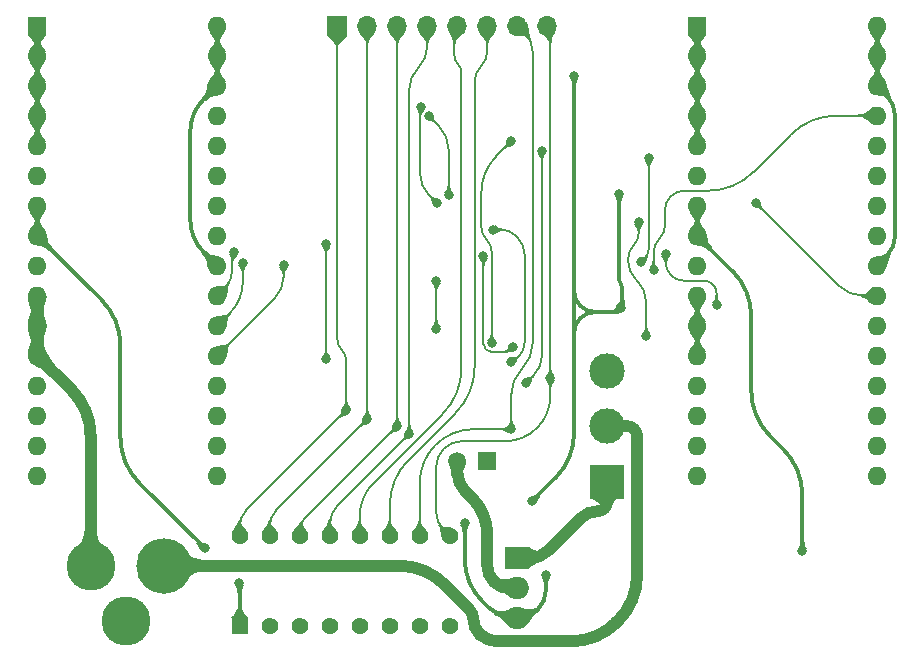
<source format=gbl>
%TF.GenerationSoftware,KiCad,Pcbnew,8.0.7*%
%TF.CreationDate,2025-03-15T15:07:21+02:00*%
%TF.ProjectId,LCD 14 Segment Tester,4c434420-3134-4205-9365-676d656e7420,V1*%
%TF.SameCoordinates,Original*%
%TF.FileFunction,Copper,L2,Bot*%
%TF.FilePolarity,Positive*%
%FSLAX46Y46*%
G04 Gerber Fmt 4.6, Leading zero omitted, Abs format (unit mm)*
G04 Created by KiCad (PCBNEW 8.0.7) date 2025-03-15 15:07:21*
%MOMM*%
%LPD*%
G01*
G04 APERTURE LIST*
%TA.AperFunction,ComponentPad*%
%ADD10R,1.425000X1.425000*%
%TD*%
%TA.AperFunction,ComponentPad*%
%ADD11C,1.425000*%
%TD*%
%TA.AperFunction,ComponentPad*%
%ADD12R,3.000000X3.000000*%
%TD*%
%TA.AperFunction,ComponentPad*%
%ADD13C,3.000000*%
%TD*%
%TA.AperFunction,ComponentPad*%
%ADD14C,4.700000*%
%TD*%
%TA.AperFunction,ComponentPad*%
%ADD15C,4.150000*%
%TD*%
%TA.AperFunction,ComponentPad*%
%ADD16R,2.000000X1.905000*%
%TD*%
%TA.AperFunction,ComponentPad*%
%ADD17O,2.000000X1.905000*%
%TD*%
%TA.AperFunction,ComponentPad*%
%ADD18R,1.500000X1.500000*%
%TD*%
%TA.AperFunction,ComponentPad*%
%ADD19C,1.500000*%
%TD*%
%TA.AperFunction,ComponentPad*%
%ADD20R,1.700000X1.700000*%
%TD*%
%TA.AperFunction,ComponentPad*%
%ADD21O,1.700000X1.700000*%
%TD*%
%TA.AperFunction,ComponentPad*%
%ADD22R,1.600000X1.600000*%
%TD*%
%TA.AperFunction,ComponentPad*%
%ADD23O,1.600000X1.600000*%
%TD*%
%TA.AperFunction,ViaPad*%
%ADD24C,0.800000*%
%TD*%
%TA.AperFunction,Conductor*%
%ADD25C,0.380000*%
%TD*%
%TA.AperFunction,Conductor*%
%ADD26C,1.000000*%
%TD*%
%TA.AperFunction,Conductor*%
%ADD27C,0.200000*%
%TD*%
G04 APERTURE END LIST*
D10*
%TO.P,S2,1,COM_1*%
%TO.N,/3.3V*%
X18415000Y-2540000D03*
D11*
%TO.P,S2,2,COM_2*%
X20955000Y-2540000D03*
%TO.P,S2,3,COM_3*%
X23495000Y-2540000D03*
%TO.P,S2,4,COM_4*%
X26035000Y-2540000D03*
%TO.P,S2,5,COM_5*%
X28575000Y-2540000D03*
%TO.P,S2,6,COM_6*%
X31115000Y-2540000D03*
%TO.P,S2,7,COM_7*%
X33655000Y-2540000D03*
%TO.P,S2,8,COM_8*%
X36195000Y-2540000D03*
%TO.P,S2,9,NO_8*%
%TO.N,OP0*%
X36195000Y5080000D03*
%TO.P,S2,10,NO_7*%
%TO.N,OP1*%
X33655000Y5080000D03*
%TO.P,S2,11,NO_6*%
%TO.N,OP2*%
X31115000Y5080000D03*
%TO.P,S2,12,NO_5*%
%TO.N,OP3*%
X28575000Y5080000D03*
%TO.P,S2,13,NO_4*%
%TO.N,OP4*%
X26035000Y5080000D03*
%TO.P,S2,14,NO_3*%
%TO.N,OP5*%
X23495000Y5080000D03*
%TO.P,S2,15,NO_2*%
%TO.N,OP6*%
X20955000Y5080000D03*
%TO.P,S2,16,NO_1*%
%TO.N,OP7*%
X18415000Y5080000D03*
%TD*%
D12*
%TO.P,S1,1,P1*%
%TO.N,/12V*%
X49530000Y9652000D03*
D13*
%TO.P,S1,2,CM*%
%TO.N,/12V Socket*%
X49530000Y14351000D03*
%TO.P,S1,3,P2*%
%TO.N,unconnected-(S1-P2-Pad3)*%
X49530000Y19050000D03*
%TD*%
D14*
%TO.P,J4,INNER,VCC*%
%TO.N,/12V Socket*%
X11988799Y2540000D03*
D15*
%TO.P,J4,SHL1,GND*%
%TO.N,/GND*%
X8788800Y-2160000D03*
%TO.P,J4,SHL2,GND*%
X5788799Y2540000D03*
%TD*%
D16*
%TO.P,U1,1,IN*%
%TO.N,/12V*%
X41910000Y3175000D03*
D17*
%TO.P,U1,2,GND*%
%TO.N,/GND*%
X41910000Y635000D03*
%TO.P,U1,3,OUT*%
%TO.N,/5V*%
X41910000Y-1905000D03*
%TD*%
D18*
%TO.P,LED1,1,K*%
%TO.N,Net-(LED1-K)*%
X39370000Y11430000D03*
D19*
%TO.P,LED1,2,A*%
%TO.N,/GND*%
X36830000Y11430000D03*
%TD*%
D20*
%TO.P,J2,1,Pin_1*%
%TO.N,OP7*%
X26670000Y48260000D03*
D21*
%TO.P,J2,2,Pin_2*%
%TO.N,OP6*%
X29210000Y48260000D03*
%TO.P,J2,3,Pin_3*%
%TO.N,OP5*%
X31749999Y48260000D03*
%TO.P,J2,4,Pin_4*%
%TO.N,OP4*%
X34290000Y48260000D03*
%TO.P,J2,5,Pin_5*%
%TO.N,OP3*%
X36830000Y48260000D03*
%TO.P,J2,6,Pin_6*%
%TO.N,OP2*%
X39370000Y48260000D03*
%TO.P,J2,7,Pin_7*%
%TO.N,OP1*%
X41910000Y48260000D03*
%TO.P,J2,8,Pin_8*%
%TO.N,OP0*%
X44450001Y48260000D03*
%TD*%
D22*
%TO.P,IC21,1,A11*%
%TO.N,/GND*%
X57150000Y48260000D03*
D23*
%TO.P,IC21,2,A9*%
X57150000Y45720000D03*
%TO.P,IC21,3,A8*%
X57150000Y43180000D03*
%TO.P,IC21,4,A13*%
X57150000Y40640000D03*
%TO.P,IC21,5,A14*%
X57150000Y38100000D03*
%TO.P,IC21,6,N.C.*%
%TO.N,unconnected-(IC21-N.C.-Pad6)*%
X57150000Y35560000D03*
%TO.P,IC21,7,~{WE}*%
%TO.N,/3.3V*%
X57150000Y33020000D03*
%TO.P,IC21,8,3V*%
X57150000Y30480000D03*
%TO.P,IC21,9,N.C.*%
%TO.N,unconnected-(IC21-N.C.-Pad9)*%
X57150000Y27940000D03*
%TO.P,IC21,10,A16*%
%TO.N,/GND*%
X57150000Y25400000D03*
%TO.P,IC21,11,A15*%
X57150000Y22860000D03*
%TO.P,IC21,12,A12*%
X57150000Y20320000D03*
%TO.P,IC21,13,A7*%
%TO.N,OP7*%
X57150000Y17780000D03*
%TO.P,IC21,14,A6*%
%TO.N,OP6*%
X57150000Y15240000D03*
%TO.P,IC21,15,A5*%
%TO.N,OP5*%
X57150000Y12700000D03*
%TO.P,IC21,16,A4*%
%TO.N,OP4*%
X57150000Y10160000D03*
%TO.P,IC21,17,A3*%
%TO.N,OP3*%
X72390000Y10160000D03*
%TO.P,IC21,18,A2*%
%TO.N,OP2*%
X72390000Y12700000D03*
%TO.P,IC21,19,A1*%
%TO.N,OP1*%
X72390000Y15240000D03*
%TO.P,IC21,20,A0*%
%TO.N,OP0*%
X72390000Y17780000D03*
%TO.P,IC21,21,DQ0*%
%TO.N,Net-(IC21-DQ0)*%
X72390000Y20320000D03*
%TO.P,IC21,22,DQ1*%
%TO.N,Net-(IC21-DQ1)*%
X72390000Y22860000D03*
%TO.P,IC21,23,DQ2*%
%TO.N,Net-(IC21-DQ2)*%
X72390000Y25400000D03*
%TO.P,IC21,24,GND*%
%TO.N,/GND*%
X72390000Y27940000D03*
%TO.P,IC21,25,DQ3*%
%TO.N,Net-(IC21-DQ3)*%
X72390000Y30480000D03*
%TO.P,IC21,26,DQ4*%
%TO.N,Net-(IC21-DQ4)*%
X72390000Y33020000D03*
%TO.P,IC21,27,DQ5*%
%TO.N,Net-(IC21-DQ5)*%
X72390000Y35560000D03*
%TO.P,IC21,28,DQ6*%
%TO.N,Net-(IC21-DQ6)*%
X72390000Y38100000D03*
%TO.P,IC21,29,DQ7*%
%TO.N,Net-(IC21-DQ7)*%
X72390000Y40640000D03*
%TO.P,IC21,30,~{CE}*%
%TO.N,/GND*%
X72390000Y43180000D03*
%TO.P,IC21,31,A10*%
X72390000Y45720000D03*
%TO.P,IC21,32,~{OE}*%
X72390000Y48260000D03*
%TD*%
D22*
%TO.P,IC23,1,A11*%
%TO.N,/GND*%
X1270000Y48260000D03*
D23*
%TO.P,IC23,2,A9*%
X1270000Y45720000D03*
%TO.P,IC23,3,A8*%
X1270000Y43180000D03*
%TO.P,IC23,4,A13*%
X1270000Y40640000D03*
%TO.P,IC23,5,A14*%
X1270000Y38100000D03*
%TO.P,IC23,6,N.C.*%
%TO.N,unconnected-(IC23-N.C.-Pad6)*%
X1270000Y35560000D03*
%TO.P,IC23,7,~{WE}*%
%TO.N,/3.3V*%
X1270000Y33020000D03*
%TO.P,IC23,8,3V*%
X1270000Y30480000D03*
%TO.P,IC23,9,N.C.*%
%TO.N,unconnected-(IC23-N.C.-Pad9)*%
X1270000Y27940000D03*
%TO.P,IC23,10,A16*%
%TO.N,/GND*%
X1270000Y25400000D03*
%TO.P,IC23,11,A15*%
X1270000Y22860000D03*
%TO.P,IC23,12,A12*%
X1270000Y20320000D03*
%TO.P,IC23,13,A7*%
%TO.N,OP7*%
X1270000Y17780000D03*
%TO.P,IC23,14,A6*%
%TO.N,OP6*%
X1270000Y15240000D03*
%TO.P,IC23,15,A5*%
%TO.N,OP5*%
X1270000Y12700000D03*
%TO.P,IC23,16,A4*%
%TO.N,OP4*%
X1270000Y10160000D03*
%TO.P,IC23,17,A3*%
%TO.N,OP3*%
X16510000Y10160000D03*
%TO.P,IC23,18,A2*%
%TO.N,OP2*%
X16510000Y12700000D03*
%TO.P,IC23,19,A1*%
%TO.N,OP1*%
X16510000Y15240000D03*
%TO.P,IC23,20,A0*%
%TO.N,OP0*%
X16510000Y17780000D03*
%TO.P,IC23,21,DQ0*%
%TO.N,Net-(IC23-DQ0)*%
X16510000Y20320000D03*
%TO.P,IC23,22,DQ1*%
%TO.N,Net-(IC23-DQ1)*%
X16510000Y22860000D03*
%TO.P,IC23,23,DQ2*%
%TO.N,Net-(IC23-DQ2)*%
X16510000Y25400000D03*
%TO.P,IC23,24,GND*%
%TO.N,/GND*%
X16510000Y27940000D03*
%TO.P,IC23,25,DQ3*%
%TO.N,Net-(IC23-DQ3)*%
X16510000Y30480000D03*
%TO.P,IC23,26,DQ4*%
%TO.N,Net-(IC23-DQ4)*%
X16510000Y33020000D03*
%TO.P,IC23,27,DQ5*%
%TO.N,Net-(IC23-DQ5)*%
X16510000Y35560000D03*
%TO.P,IC23,28,DQ6*%
%TO.N,Net-(IC23-DQ6)*%
X16510000Y38100000D03*
%TO.P,IC23,29,DQ7*%
%TO.N,Net-(IC23-DQ7)*%
X16510000Y40640000D03*
%TO.P,IC23,30,~{CE}*%
%TO.N,/GND*%
X16510000Y43180000D03*
%TO.P,IC23,31,A10*%
X16510000Y45720000D03*
%TO.P,IC23,32,~{OE}*%
X16510000Y48260000D03*
%TD*%
D24*
%TO.N,/3.3V*%
X18391100Y1061800D03*
X66040000Y3810000D03*
X15434700Y4018200D03*
%TO.N,/5V*%
X44340100Y1785000D03*
X37462800Y6172100D03*
X46727900Y44038300D03*
X50673000Y24384004D03*
X50540000Y34036000D03*
X43180000Y8001000D03*
%TO.N,OP1*%
X41402000Y14097000D03*
%TO.N,OP5*%
X31750000Y14351000D03*
%TO.N,OP7*%
X27432000Y15691000D03*
%TO.N,OP6*%
X29210000Y14941000D03*
%TO.N,OP4*%
X32758801Y13716000D03*
%TO.N,OP0*%
X44704000Y18415000D03*
%TO.N,/Left Opcode/LED \u03A9 K-Seg*%
X33773206Y41399057D03*
X35114400Y33249400D03*
%TO.N,/Left Opcode/LED \u03A9 F-Seg*%
X35052002Y22606000D03*
X35052002Y26670000D03*
%TO.N,/Left Opcode/LED \u03A9 J-Seg*%
X36109500Y33951100D03*
X34430205Y40624005D03*
%TO.N,/Left Opcode/LED \u03A9 G-Seg*%
X39046400Y28755800D03*
X41529001Y21081999D03*
%TO.N,/Left Opcode/LED \u03A9 C-Seg*%
X39748200Y21396300D03*
X41410900Y38481200D03*
%TO.N,/Left Opcode/LED \u03A9 D-Seg*%
X42672000Y18034000D03*
X43999200Y37667900D03*
%TO.N,/Left Opcode/LED \u03A9 H-Seg*%
X41402000Y19812000D03*
X39878000Y30988000D03*
%TO.N,Net-(IC21-DQ2)*%
X62102992Y33274000D03*
%TO.N,Net-(IC21-DQ7)*%
X53450800Y27555000D03*
%TO.N,Net-(IC21-DQ1)*%
X52832002Y21971000D03*
X52196999Y31623001D03*
%TO.N,Net-(IC21-DQ5)*%
X54483000Y28956000D03*
X58783400Y24635900D03*
%TO.N,Net-(IC21-DQ6)*%
X53049100Y37083996D03*
X52405000Y28276400D03*
%TO.N,Net-(IC23-DQ1)*%
X18669002Y28194000D03*
%TO.N,Net-(IC23-DQ2)*%
X17907000Y29083000D03*
%TO.N,Net-(IC23-DQ0)*%
X22120900Y28001800D03*
%TO.N,/Left Opcode/LED N-Seg*%
X25726600Y29789000D03*
X25726600Y20034400D03*
%TD*%
D25*
%TO.N,/5V*%
X48516698Y24016500D02*
G75*
G03*
X46727900Y22227702I2J-1788800D01*
G01*
X46727900Y25805298D02*
G75*
G03*
X48516698Y24016500I1788800J2D01*
G01*
X43633050Y-1197950D02*
G75*
G02*
X41926080Y-1904992I-1706950J1706950D01*
G01*
X50800000Y24600806D02*
G75*
G02*
X50736503Y24447501I-216800J-6D01*
G01*
X46727900Y13802863D02*
G75*
G02*
X45134104Y9955110I-5441550J7D01*
G01*
X50670000Y26419000D02*
G75*
G02*
X50799951Y26105152I-313900J-313800D01*
G01*
X39487974Y-1006974D02*
G75*
G03*
X41656000Y-1904986I2168026J2168074D01*
G01*
X50540000Y26732847D02*
G75*
G03*
X50669986Y26418986I443800J-47D01*
G01*
X44340100Y509019D02*
G75*
G02*
X43633056Y-1197956I-2414000J-19D01*
G01*
X37462800Y3085214D02*
G75*
G03*
X38924396Y-443404I4990200J-14D01*
G01*
X50489248Y24200252D02*
G75*
G02*
X50045631Y24016487I-443648J443648D01*
G01*
X46727900Y22227702D02*
X46727900Y25805298D01*
%TO.N,/3.3V*%
X6724707Y25025292D02*
G75*
G02*
X8318501Y21177536I-3847767J-3847762D01*
G01*
X18403050Y1049850D02*
G75*
G02*
X18415000Y1021000I-28850J-28850D01*
G01*
X61722000Y17366963D02*
G75*
G03*
X63315791Y13519205I5441550J-3D01*
G01*
X8318500Y13388363D02*
G75*
G03*
X9912291Y9540606I5441550J-3D01*
G01*
X60128207Y27501792D02*
G75*
G02*
X61722010Y23654036I-3847807J-3847792D01*
G01*
X64446207Y12388792D02*
G75*
G02*
X66040010Y8541036I-3847807J-3847792D01*
G01*
D26*
%TO.N,/GND*%
X36830000Y10477500D02*
G75*
G03*
X37503527Y8851488I2299500J0D01*
G01*
D25*
X15367000Y42037000D02*
G75*
G03*
X14223998Y39277553I2759450J-2759450D01*
G01*
D26*
X4195006Y17394993D02*
G75*
G02*
X5788801Y13547237I-3847766J-3847763D01*
G01*
X38100000Y8255000D02*
G75*
G02*
X39370020Y5188948I-3066100J-3066100D01*
G01*
X39998105Y1134394D02*
G75*
G03*
X41203750Y635023I1205595J1205606D01*
G01*
D25*
X73152000Y42418000D02*
G75*
G02*
X73913987Y40578369I-1839600J-1839600D01*
G01*
D26*
X39370000Y2559762D02*
G75*
G03*
X39933782Y1198782I1924700J38D01*
G01*
D25*
X14224000Y31842446D02*
G75*
G03*
X15366998Y29082998I3902440J-6D01*
G01*
X73914000Y30541630D02*
G75*
G02*
X73152009Y28701991I-2601600J-30D01*
G01*
D26*
%TO.N,/12V*%
X44619407Y3882707D02*
G75*
G02*
X42910850Y3174975I-1708607J1708593D01*
G01*
X49530000Y7971800D02*
G75*
G02*
X48708500Y7150300I-821500J0D01*
G01*
X48708500Y7150300D02*
G75*
G03*
X47306106Y6569416I0J-1983300D01*
G01*
%TO.N,/12V Socket*%
X35756792Y946207D02*
G75*
G03*
X31909036Y2540010I-3847792J-3847807D01*
G01*
X52052200Y1728163D02*
G75*
G02*
X50458404Y-2119590I-5441550J7D01*
G01*
X51807100Y14105900D02*
G75*
G03*
X51215376Y14350990I-591700J-591700D01*
G01*
X51807100Y14105900D02*
G75*
G02*
X52052190Y13514176I-591700J-591700D01*
G01*
X37804751Y-1101751D02*
G75*
G02*
X38226979Y-2121150I-1019351J-1019349D01*
G01*
X38798500Y-3289800D02*
G75*
G03*
X40178223Y-3861290I1379700J1379700D01*
G01*
X50310492Y-2267507D02*
G75*
G02*
X46462736Y-3861310I-3847792J3847807D01*
G01*
X38227000Y-2121150D02*
G75*
G03*
X38649233Y-3140563I1441600J-50D01*
G01*
D27*
%TO.N,Net-(IC23-DQ0)*%
X22120900Y26966350D02*
G75*
G02*
X21388727Y25198725I-2499800J0D01*
G01*
%TO.N,Net-(IC23-DQ2)*%
X17849500Y29025500D02*
G75*
G03*
X17792007Y28886682I138800J-138800D01*
G01*
X17792000Y27588510D02*
G75*
G02*
X17151003Y26040997I-2188500J-10D01*
G01*
%TO.N,Net-(IC23-DQ1)*%
X18669002Y26545646D02*
G75*
G02*
X17589501Y23939501I-3685652J4D01*
G01*
%TO.N,Net-(IC21-DQ6)*%
X53049106Y29375957D02*
G75*
G02*
X52727042Y28598464I-1099606J43D01*
G01*
%TO.N,Net-(IC21-DQ5)*%
X54927500Y27114500D02*
G75*
G03*
X56000617Y26670007I1073100J1073100D01*
G01*
X54483000Y28187617D02*
G75*
G03*
X54927495Y27114495I1517600J-17D01*
G01*
X58474700Y26361300D02*
G75*
G02*
X58783413Y25616032I-745300J-745300D01*
G01*
X58474700Y26361300D02*
G75*
G03*
X57729432Y26670013I-745300J-745300D01*
G01*
%TO.N,Net-(IC21-DQ1)*%
X51308000Y28321000D02*
G75*
G03*
X51936625Y26803390I2146200J0D01*
G01*
X52196999Y30727616D02*
G75*
G02*
X51752504Y29654494I-1517599J-16D01*
G01*
X51752499Y29654499D02*
G75*
G03*
X51308007Y28581382I1073101J-1073099D01*
G01*
X52070001Y26669999D02*
G75*
G02*
X52831987Y24830365I-1839601J-1839599D01*
G01*
%TO.N,Net-(IC21-DQ7)*%
X61918792Y35883792D02*
G75*
G02*
X58071036Y34289989I-3847792J3847808D01*
G01*
X54895750Y33813750D02*
G75*
G03*
X54419508Y32663980I1149750J-1149750D01*
G01*
X56045519Y34290000D02*
G75*
G03*
X54895744Y33813756I-19J-1626000D01*
G01*
X53935150Y30202350D02*
G75*
G03*
X53450789Y29033025I1169350J-1169350D01*
G01*
X68928963Y40640000D02*
G75*
G03*
X65081215Y39046199I37J-5441600D01*
G01*
X54419500Y31371674D02*
G75*
G02*
X53935142Y30202358I-1653700J26D01*
G01*
%TO.N,Net-(IC21-DQ2)*%
X69123864Y26253127D02*
G75*
G03*
X71183496Y25400009I2059636J2059673D01*
G01*
%TO.N,/Left Opcode/LED \u03A9 H-Seg*%
X42543302Y21450035D02*
G75*
G02*
X42063543Y20291758I-1638002J-35D01*
G01*
X41794902Y30487297D02*
G75*
G03*
X40586100Y30988001I-1208802J-1208797D01*
G01*
X41648025Y19876262D02*
G75*
G02*
X41492881Y19812011I-155125J155138D01*
G01*
X41918751Y30363449D02*
G75*
G02*
X42543322Y28855649I-1507851J-1507849D01*
G01*
%TO.N,/Left Opcode/LED \u03A9 D-Seg*%
X43999200Y20299672D02*
G75*
G02*
X43335592Y18697608I-2265700J28D01*
G01*
%TO.N,/Left Opcode/LED \u03A9 C-Seg*%
X39311100Y30157900D02*
G75*
G02*
X39748220Y29102647I-1055300J-1055300D01*
G01*
X38874000Y31213152D02*
G75*
G03*
X39311085Y30157885I1492300J-52D01*
G01*
X40142450Y37212750D02*
G75*
G03*
X38873983Y34150440I3062350J-3062350D01*
G01*
%TO.N,/Left Opcode/LED \u03A9 G-Seg*%
X39046400Y21337630D02*
G75*
G03*
X39246241Y20855141I682300J-30D01*
G01*
X41315651Y20868649D02*
G75*
G02*
X40800580Y20655308I-515051J515051D01*
G01*
X39246250Y20855150D02*
G75*
G03*
X39728730Y20655313I482450J482450D01*
G01*
%TO.N,/Left Opcode/LED \u03A9 J-Seg*%
X35269852Y39784357D02*
G75*
G02*
X36109488Y37757269I-2027052J-2027057D01*
G01*
%TO.N,/Left Opcode/LED \u03A9 K-Seg*%
X33726702Y41352553D02*
G75*
G03*
X33680218Y41240284I112298J-112253D01*
G01*
X33680199Y35697734D02*
G75*
G03*
X34397289Y33966490I2448301J-34D01*
G01*
%TO.N,OP0*%
X37220025Y13081000D02*
G75*
G03*
X35686992Y12446008I-25J-2168000D01*
G01*
X43582800Y14202200D02*
G75*
G02*
X40875983Y13081007I-2706800J2706800D01*
G01*
X35687000Y12446000D02*
G75*
G03*
X35052011Y10912974I1533000J-1533000D01*
G01*
X35052000Y7031223D02*
G75*
G03*
X35623493Y5651493I1951200J-23D01*
G01*
X44704000Y16869200D02*
G75*
G02*
X43610956Y14230352I-3731900J0D01*
G01*
%TO.N,OP2*%
X32708792Y11499792D02*
G75*
G03*
X31114989Y7652036I3847808J-3847792D01*
G01*
X39370000Y46099422D02*
G75*
G02*
X38832307Y44801293I-1835800J-22D01*
G01*
X38832300Y44801300D02*
G75*
G03*
X38294609Y43503177I1298100J-1298100D01*
G01*
X38294600Y19339563D02*
G75*
G02*
X36700804Y15491810I-5441550J7D01*
G01*
%TO.N,OP4*%
X26711064Y7668263D02*
G75*
G03*
X26034992Y6036099I1632136J-1632163D01*
G01*
X33524400Y44700400D02*
G75*
G03*
X32758809Y42852079I1848300J-1848300D01*
G01*
X34290000Y46548721D02*
G75*
G02*
X33524406Y44700394I-2613900J-21D01*
G01*
%TO.N,OP6*%
X21522806Y7253806D02*
G75*
G03*
X20954996Y5883000I1370794J-1370806D01*
G01*
%TO.N,OP7*%
X18978564Y7237564D02*
G75*
G03*
X18414992Y5877000I1360536J-1360564D01*
G01*
X27051000Y20828000D02*
G75*
G02*
X27431994Y19908184I-919800J-919800D01*
G01*
X26670000Y21747815D02*
G75*
G03*
X27050995Y20827995I1300800J-15D01*
G01*
%TO.N,OP5*%
X23854210Y6455210D02*
G75*
G03*
X23494994Y5588000I867190J-867210D01*
G01*
%TO.N,OP3*%
X36880750Y45034250D02*
G75*
G02*
X37185508Y44298518I-735750J-735750D01*
G01*
X37185500Y19246463D02*
G75*
G02*
X35591704Y15398710I-5441550J7D01*
G01*
X29742433Y9549433D02*
G75*
G03*
X28575010Y6731000I2818467J-2818433D01*
G01*
X36576000Y45769981D02*
G75*
G03*
X36880755Y45034255I1040500J19D01*
G01*
%TO.N,OP1*%
X34988500Y12763500D02*
G75*
G03*
X33654981Y9544146I3219400J-3219400D01*
G01*
X43215127Y21383201D02*
G75*
G02*
X42308569Y19194557I-3095227J-1D01*
G01*
X38207853Y14097000D02*
G75*
G03*
X34988514Y12763486I47J-4552900D01*
G01*
X42562563Y47607436D02*
G75*
G02*
X43215122Y46032008I-1575463J-1575436D01*
G01*
X42308563Y19194563D02*
G75*
G03*
X41401981Y17005925I2188637J-2188663D01*
G01*
D25*
%TO.N,/GND*%
X57150000Y43180000D02*
X57150000Y45720000D01*
D26*
X39370000Y5188948D02*
X39370000Y2559762D01*
D25*
X73152000Y42418000D02*
X72390000Y43180000D01*
X15367000Y29083000D02*
X16510000Y27940000D01*
X72390000Y45720000D02*
X72390000Y48260000D01*
D26*
X1270000Y22860000D02*
X1270000Y25400000D01*
X4195006Y17394993D02*
X1270000Y20320000D01*
D25*
X16510000Y45720000D02*
X16510000Y43180000D01*
X57150000Y45720000D02*
X57150000Y48260000D01*
X16510000Y45720000D02*
X16510000Y48260000D01*
X57150000Y22860000D02*
X57150000Y20320000D01*
X72390000Y43180000D02*
X72390000Y45720000D01*
X1270000Y40640000D02*
X1270000Y43180000D01*
X57150000Y40640000D02*
X57150000Y38100000D01*
X73152000Y28702000D02*
X72390000Y27940000D01*
D26*
X5788799Y13547237D02*
X5788799Y2540000D01*
D25*
X1270000Y45720000D02*
X1270000Y48260000D01*
X16510000Y43180000D02*
X15367000Y42037000D01*
D26*
X39998105Y1134394D02*
X39933750Y1198750D01*
D25*
X57150000Y40640000D02*
X57150000Y43180000D01*
X1270000Y45720000D02*
X1270000Y43180000D01*
X14224000Y39277553D02*
X14224000Y31842446D01*
D26*
X37503519Y8851480D02*
X38100000Y8255000D01*
X36830000Y10477500D02*
X36830000Y11430000D01*
X41203750Y635000D02*
X41910000Y635000D01*
D25*
X57150000Y22860000D02*
X57150000Y25400000D01*
D26*
X1270000Y20320000D02*
X1270000Y22860000D01*
D25*
X1270000Y40640000D02*
X1270000Y38100000D01*
X73914000Y40578369D02*
X73914000Y30541630D01*
D26*
%TO.N,/12V Socket*%
X52052200Y1728163D02*
X52052200Y13514176D01*
X38798500Y-3289800D02*
X38649248Y-3140548D01*
X40178223Y-3861300D02*
X46462736Y-3861300D01*
X50458406Y-2119592D02*
X50310492Y-2267507D01*
X35756792Y946207D02*
X37804751Y-1101751D01*
X51215376Y14351000D02*
X49530000Y14351000D01*
X31909036Y2539999D02*
X11988800Y2540000D01*
D25*
%TO.N,/3.3V*%
X6724707Y25025292D02*
X1270000Y30480000D01*
X57150000Y30480000D02*
X60128207Y27501792D01*
X57150000Y30480000D02*
X57150000Y33020000D01*
X18403050Y1049850D02*
X18391100Y1061800D01*
X61722000Y17366963D02*
X61722000Y23654036D01*
X63315792Y13519206D02*
X64446207Y12388792D01*
X66040000Y3810000D02*
X66040000Y8541036D01*
X18415000Y1021000D02*
X18415000Y-2540000D01*
X1270000Y30480000D02*
X1270000Y33020000D01*
X8318500Y21177536D02*
X8318500Y13388363D01*
X15434700Y4018200D02*
X9912292Y9540607D01*
%TO.N,/5V*%
X46727900Y25805298D02*
X46727900Y44038300D01*
X50540000Y34036000D02*
X50540000Y26732847D01*
X50673000Y24384004D02*
X50489248Y24200252D01*
X50736500Y24447504D02*
X50673000Y24384004D01*
X37462800Y3085214D02*
X37462800Y6172100D01*
X48516698Y24016500D02*
X50045631Y24016500D01*
X45134107Y9955107D02*
X43180000Y8001000D01*
X44340100Y1785000D02*
X44340100Y509019D01*
X50800000Y24600806D02*
X50800000Y26105152D01*
X46727900Y22227702D02*
X46727900Y13802863D01*
X39487974Y-1006974D02*
X38924400Y-443400D01*
D27*
%TO.N,OP1*%
X38207853Y14097000D02*
X41402000Y14097000D01*
X42562563Y47607436D02*
X41910000Y48260000D01*
X33655000Y9544146D02*
X33655000Y5080000D01*
X41402000Y14097000D02*
X41402000Y17005925D01*
X43215127Y21383201D02*
X43215127Y46032008D01*
%TO.N,OP3*%
X35591707Y15398707D02*
X29742433Y9549433D01*
X37185500Y44298518D02*
X37185500Y19246463D01*
X36576000Y45769981D02*
X36576000Y48006000D01*
X28575000Y6731000D02*
X28575000Y5080000D01*
%TO.N,OP5*%
X31750000Y14351000D02*
X31750000Y48260000D01*
X31750000Y14351000D02*
X23854210Y6455210D01*
%TO.N,OP7*%
X18415000Y5877000D02*
X18415000Y5080000D01*
X27432000Y15691000D02*
X27432000Y19908184D01*
X27432000Y15691000D02*
X18978564Y7237564D01*
X26670000Y21747815D02*
X26670000Y48260000D01*
%TO.N,OP6*%
X20955000Y5883000D02*
X20955000Y5080000D01*
X29210000Y14941000D02*
X29210000Y48260000D01*
X29210000Y14941000D02*
X21522806Y7253806D01*
%TO.N,OP4*%
X32758801Y13716000D02*
X32758801Y42852079D01*
X34290000Y46548721D02*
X34290000Y48260000D01*
X26711064Y7668263D02*
X32758801Y13716000D01*
X26035000Y6036099D02*
X26035000Y5080000D01*
%TO.N,OP2*%
X31115000Y7652036D02*
X31115000Y5080000D01*
X32708792Y11499792D02*
X36700807Y15491807D01*
X39370000Y46099422D02*
X39370000Y48260000D01*
X38294600Y43503177D02*
X38294600Y19339563D01*
%TO.N,OP0*%
X37220025Y13081000D02*
X40875983Y13081000D01*
X43582800Y14202200D02*
X43610954Y14230354D01*
X44704000Y18415000D02*
X44704000Y48006000D01*
X44704000Y18415000D02*
X44704000Y16869200D01*
X35623500Y5651500D02*
X36195000Y5080000D01*
X35052000Y10912974D02*
X35052000Y7031223D01*
%TO.N,/Left Opcode/LED \u03A9 K-Seg*%
X33773206Y41399057D02*
X33726702Y41352553D01*
X35114400Y33249400D02*
X34397299Y33966500D01*
X33680199Y41240284D02*
X33680199Y35697734D01*
%TO.N,/Left Opcode/LED \u03A9 F-Seg*%
X35052002Y22606000D02*
X35052002Y26670000D01*
%TO.N,/Left Opcode/LED \u03A9 J-Seg*%
X36109500Y33951100D02*
X36109500Y37757269D01*
X35269852Y39784357D02*
X34430205Y40624005D01*
%TO.N,/Left Opcode/LED \u03A9 G-Seg*%
X40800580Y20655300D02*
X39728730Y20655300D01*
X41529001Y21081999D02*
X41315651Y20868649D01*
X39046400Y28755800D02*
X39046400Y21337630D01*
%TO.N,/Left Opcode/LED \u03A9 C-Seg*%
X39748200Y29102647D02*
X39748200Y21396300D01*
X40142450Y37212750D02*
X41410900Y38481200D01*
X38874000Y31213152D02*
X38874000Y34150440D01*
%TO.N,/Left Opcode/LED \u03A9 D-Seg*%
X43999200Y37667900D02*
X43999200Y20299672D01*
X42672000Y18034000D02*
X43335600Y18697600D01*
%TO.N,/Left Opcode/LED \u03A9 H-Seg*%
X41402000Y19812000D02*
X41492881Y19812000D01*
X42063532Y20291769D02*
X41648025Y19876262D01*
X39878000Y30988000D02*
X40586100Y30988000D01*
X42543302Y21450035D02*
X42543302Y28855649D01*
X41794902Y30487297D02*
X41918751Y30363449D01*
%TO.N,Net-(IC21-DQ2)*%
X71183496Y25400000D02*
X72390000Y25400000D01*
X69123864Y26253127D02*
X62102992Y33274000D01*
%TO.N,Net-(IC21-DQ7)*%
X61918792Y35883792D02*
X65081207Y39046207D01*
X54419500Y32663980D02*
X54419500Y31371674D01*
X68928963Y40640000D02*
X72390000Y40640000D01*
X53450800Y29033025D02*
X53450800Y27555000D01*
X58071036Y34290000D02*
X56045519Y34290000D01*
%TO.N,Net-(IC21-DQ1)*%
X52196999Y30727616D02*
X52196999Y31623001D01*
X51308000Y28321000D02*
X51308000Y28581382D01*
X52832002Y21971000D02*
X52832002Y24830365D01*
X51936617Y26803382D02*
X52070001Y26669999D01*
%TO.N,Net-(IC21-DQ5)*%
X54483000Y28187617D02*
X54483000Y28956000D01*
X58783400Y24635900D02*
X58783400Y25616032D01*
X56000617Y26670000D02*
X57729432Y26670000D01*
%TO.N,Net-(IC21-DQ6)*%
X53049106Y37083990D02*
X53049100Y37083996D01*
X52727053Y28598453D02*
X52405000Y28276400D01*
X53049106Y37083990D02*
X53049106Y29375957D01*
%TO.N,Net-(IC23-DQ1)*%
X17589501Y23939501D02*
X16510000Y22860000D01*
X18669002Y28194000D02*
X18669002Y26545646D01*
%TO.N,Net-(IC23-DQ2)*%
X17151000Y26041000D02*
X16510000Y25400000D01*
X17792000Y28886682D02*
X17792000Y27588510D01*
X17849500Y29025500D02*
X17907000Y29083000D01*
%TO.N,Net-(IC23-DQ0)*%
X22120900Y26966350D02*
X22120900Y28001800D01*
X21388726Y25198726D02*
X16510000Y20320000D01*
%TO.N,/Left Opcode/LED N-Seg*%
X25726600Y29789000D02*
X25726600Y20034400D01*
D26*
%TO.N,/12V*%
X49530000Y7971800D02*
X49530000Y9652000D01*
X42910850Y3175000D02*
X41910000Y3175000D01*
X44619407Y3882707D02*
X47306111Y6569411D01*
%TD*%
%TA.AperFunction,Conductor*%
%TO.N,/5V*%
G36*
X41972442Y-958038D02*
G01*
X42265358Y-1066606D01*
X42573217Y-1134963D01*
X42881075Y-1157571D01*
X43188934Y-1134428D01*
X43490621Y-1066916D01*
X43499442Y-1068454D01*
X43501329Y-1069943D01*
X43758722Y-1320079D01*
X43762267Y-1328303D01*
X43758959Y-1336624D01*
X43756877Y-1338323D01*
X43565344Y-1460955D01*
X43361377Y-1636635D01*
X43361374Y-1636638D01*
X43157407Y-1857401D01*
X43120338Y-1905717D01*
X42953438Y-2123252D01*
X42953435Y-2123256D01*
X42755771Y-2424582D01*
X42748368Y-2429620D01*
X42739759Y-2428069D01*
X41915106Y-1909366D01*
X41909927Y-1902060D01*
X41909650Y-1898871D01*
X41931792Y-1460959D01*
X41956695Y-968418D01*
X41960535Y-960330D01*
X41968971Y-957325D01*
X41972442Y-958038D01*
G37*
%TD.AperFunction*%
%TD*%
%TA.AperFunction,Conductor*%
%TO.N,/5V*%
G36*
X41679323Y-982581D02*
G01*
X41680243Y-985041D01*
X41909514Y-1900217D01*
X41908201Y-1909075D01*
X41907616Y-1909957D01*
X41341841Y-2685295D01*
X41334196Y-2689958D01*
X41325493Y-2687849D01*
X41323674Y-2686203D01*
X41056736Y-2388091D01*
X40780157Y-2124961D01*
X40780153Y-2124957D01*
X40503570Y-1907574D01*
X40503566Y-1907572D01*
X40503563Y-1907569D01*
X40226992Y-1735943D01*
X40226991Y-1735942D01*
X40226987Y-1735940D01*
X39962584Y-1615600D01*
X39956474Y-1609054D01*
X39956782Y-1600104D01*
X39957520Y-1598732D01*
X40148752Y-1294382D01*
X40156054Y-1289202D01*
X40159727Y-1288958D01*
X40457394Y-1316301D01*
X40762214Y-1298551D01*
X41067035Y-1235051D01*
X41371855Y-1125801D01*
X41663592Y-977454D01*
X41672519Y-976760D01*
X41679323Y-982581D01*
G37*
%TD.AperFunction*%
%TD*%
%TA.AperFunction,Conductor*%
%TO.N,/5V*%
G36*
X50398462Y24658367D02*
G01*
X50399858Y24657179D01*
X50672334Y24385663D01*
X50674895Y24381827D01*
X50821644Y24025214D01*
X50821623Y24016260D01*
X50815334Y24009966D01*
X50629574Y23932368D01*
X50629277Y23932250D01*
X50536900Y23897127D01*
X50486906Y23878119D01*
X50485600Y23877708D01*
X50359145Y23845921D01*
X50357474Y23845628D01*
X50207851Y23830446D01*
X50206891Y23830389D01*
X50007083Y23826718D01*
X49998751Y23829992D01*
X49995173Y23838201D01*
X49995171Y23838416D01*
X49995171Y24196901D01*
X49998598Y24205174D01*
X50004585Y24208375D01*
X50132120Y24233786D01*
X50132123Y24233788D01*
X50203460Y24306776D01*
X50203462Y24306778D01*
X50245823Y24412159D01*
X50295305Y24535283D01*
X50296685Y24537783D01*
X50382123Y24655754D01*
X50389751Y24660444D01*
X50398462Y24658367D01*
G37*
%TD.AperFunction*%
%TD*%
%TA.AperFunction,Conductor*%
%TO.N,/GND*%
G36*
X41673634Y1564577D02*
G01*
X41679493Y1557805D01*
X41679739Y1556959D01*
X41909383Y639613D01*
X41908068Y630756D01*
X41907484Y629875D01*
X41340099Y-147683D01*
X41332454Y-152346D01*
X41323913Y-150353D01*
X41308342Y-139391D01*
X41010356Y70395D01*
X40687394Y270615D01*
X40364431Y443685D01*
X40041469Y589605D01*
X39735482Y702133D01*
X39728902Y708204D01*
X39728541Y717151D01*
X39731163Y721299D01*
X40414262Y1418813D01*
X40422499Y1422326D01*
X40423779Y1422270D01*
X40669883Y1397800D01*
X40669887Y1397800D01*
X40669888Y1397800D01*
X40921585Y1399924D01*
X41173282Y1429199D01*
X41173285Y1429199D01*
X41173287Y1429200D01*
X41424975Y1485622D01*
X41424979Y1485623D01*
X41639817Y1556959D01*
X41664702Y1565222D01*
X41673634Y1564577D01*
G37*
%TD.AperFunction*%
%TD*%
%TA.AperFunction,Conductor*%
%TO.N,/Left Opcode/LED \u03A9 G-Seg*%
G36*
X41171411Y21230130D02*
G01*
X41522747Y21085013D01*
X41529085Y21078687D01*
X41529980Y21074170D01*
X41529028Y20692822D01*
X41525580Y20684557D01*
X41518209Y20681184D01*
X41364574Y20669587D01*
X41249942Y20639752D01*
X41156804Y20605393D01*
X41152391Y20603766D01*
X41151432Y20603458D01*
X41038269Y20572468D01*
X41036286Y20572106D01*
X40885451Y20557868D01*
X40876895Y20560502D01*
X40872706Y20568416D01*
X40872657Y20569269D01*
X40869213Y20746979D01*
X40872479Y20755317D01*
X40878483Y20758651D01*
X40996384Y20783663D01*
X40996386Y20783663D01*
X41061279Y20852933D01*
X41061280Y20852935D01*
X41091532Y20956530D01*
X41091535Y20956539D01*
X41114864Y21085908D01*
X41115170Y21087188D01*
X41155736Y21222672D01*
X41161392Y21229615D01*
X41170300Y21230524D01*
X41171411Y21230130D01*
G37*
%TD.AperFunction*%
%TD*%
%TA.AperFunction,Conductor*%
%TO.N,OP5*%
G36*
X23762365Y6487233D02*
G01*
X23762650Y6486966D01*
X23890823Y6363068D01*
X23894389Y6354854D01*
X23892507Y6348289D01*
X23767089Y6154937D01*
X23775130Y5980003D01*
X23874045Y5805432D01*
X23874048Y5805427D01*
X24015637Y5605588D01*
X24016369Y5604413D01*
X24147056Y5364078D01*
X24147997Y5355173D01*
X24142366Y5348210D01*
X24141260Y5347682D01*
X23501541Y5082284D01*
X23492587Y5082279D01*
X23488774Y5084827D01*
X22999160Y5575817D01*
X22995746Y5584094D01*
X22998897Y5592066D01*
X23011532Y5605588D01*
X23192230Y5798964D01*
X23322262Y5963161D01*
X23427929Y6110772D01*
X23428181Y6111110D01*
X23556079Y6276471D01*
X23556655Y6277160D01*
X23745839Y6486401D01*
X23753930Y6490239D01*
X23762365Y6487233D01*
G37*
%TD.AperFunction*%
%TD*%
%TA.AperFunction,Conductor*%
%TO.N,/GND*%
G36*
X57154485Y45719135D02*
G01*
X57154490Y45719134D01*
X57877454Y45418694D01*
X57883779Y45412355D01*
X57883768Y45403400D01*
X57883400Y45402600D01*
X57729073Y45098126D01*
X57728282Y45096793D01*
X57579635Y44880324D01*
X57455830Y44692043D01*
X57455824Y44692031D01*
X57371289Y44462099D01*
X57371286Y44462085D01*
X57340973Y44130634D01*
X57336807Y44122708D01*
X57329322Y44120000D01*
X56970678Y44120000D01*
X56962405Y44123427D01*
X56959027Y44130634D01*
X56928712Y44462090D01*
X56928710Y44462098D01*
X56844174Y44692031D01*
X56844172Y44692033D01*
X56844170Y44692041D01*
X56720362Y44880326D01*
X56571709Y45096802D01*
X56570929Y45098117D01*
X56416598Y45402601D01*
X56415915Y45411529D01*
X56421745Y45418326D01*
X56422545Y45418694D01*
X57145510Y45719134D01*
X57154463Y45719144D01*
X57154485Y45719135D01*
G37*
%TD.AperFunction*%
%TD*%
%TA.AperFunction,Conductor*%
%TO.N,/GND*%
G36*
X57337595Y44776573D02*
G01*
X57340973Y44769366D01*
X57371286Y44437913D01*
X57371289Y44437899D01*
X57455824Y44207966D01*
X57455830Y44207954D01*
X57579635Y44019673D01*
X57728282Y43803205D01*
X57729073Y43801872D01*
X57883400Y43497399D01*
X57884084Y43488470D01*
X57878254Y43481673D01*
X57877468Y43481311D01*
X57154487Y43180864D01*
X57145538Y43180854D01*
X56422543Y43481306D01*
X56416220Y43487644D01*
X56416231Y43496599D01*
X56416599Y43497399D01*
X56570924Y43801872D01*
X56571715Y43803205D01*
X56720362Y44019672D01*
X56844170Y44207957D01*
X56844171Y44207960D01*
X56844174Y44207966D01*
X56928709Y44437899D01*
X56928711Y44437904D01*
X56959027Y44769366D01*
X56963193Y44777292D01*
X56970678Y44780000D01*
X57329322Y44780000D01*
X57337595Y44776573D01*
G37*
%TD.AperFunction*%
%TD*%
%TA.AperFunction,Conductor*%
%TO.N,/GND*%
G36*
X73126679Y43481438D02*
G01*
X73133003Y43475098D01*
X73133216Y43474543D01*
X73243777Y43162619D01*
X73244122Y43161457D01*
X73302107Y42921388D01*
X73302142Y42921237D01*
X73349600Y42712698D01*
X73349600Y42712697D01*
X73432497Y42484784D01*
X73432499Y42484778D01*
X73591565Y42195937D01*
X73592554Y42187037D01*
X73587542Y42180387D01*
X73283695Y41989469D01*
X73274869Y41987970D01*
X73268576Y41991778D01*
X73077495Y42215583D01*
X72878925Y42307925D01*
X72660047Y42330202D01*
X72402595Y42351406D01*
X72400400Y42351802D01*
X72096518Y42437331D01*
X72089485Y42442870D01*
X72088428Y42451762D01*
X72088876Y42453058D01*
X72101977Y42484778D01*
X72387611Y43176351D01*
X72393937Y43182690D01*
X72393961Y43182700D01*
X73117724Y43481449D01*
X73126679Y43481438D01*
G37*
%TD.AperFunction*%
%TD*%
%TA.AperFunction,Conductor*%
%TO.N,/GND*%
G36*
X15521187Y29198888D02*
G01*
X15776997Y28985948D01*
X15777001Y28985945D01*
X15999376Y28883129D01*
X16220065Y28837535D01*
X16478231Y28789581D01*
X16479733Y28789198D01*
X16804156Y28683027D01*
X16810953Y28677197D01*
X16811637Y28668268D01*
X16811332Y28667442D01*
X16512562Y27943787D01*
X16506237Y27937448D01*
X16506218Y27937439D01*
X15782556Y27638667D01*
X15773601Y27638678D01*
X15767276Y27645017D01*
X15766980Y27645816D01*
X15660798Y27970271D01*
X15660418Y27971758D01*
X15612462Y28229938D01*
X15566870Y28450620D01*
X15464053Y28672997D01*
X15251110Y28928814D01*
X15248452Y28937363D01*
X15251830Y28944570D01*
X15505429Y29198169D01*
X15513702Y29201596D01*
X15521187Y29198888D01*
G37*
%TD.AperFunction*%
%TD*%
%TA.AperFunction,Conductor*%
%TO.N,/GND*%
G36*
X72394485Y48259135D02*
G01*
X72394490Y48259134D01*
X73117454Y47958694D01*
X73123779Y47952355D01*
X73123768Y47943400D01*
X73123400Y47942600D01*
X72969073Y47638126D01*
X72968282Y47636793D01*
X72819635Y47420324D01*
X72695830Y47232043D01*
X72695824Y47232031D01*
X72611289Y47002099D01*
X72611286Y47002085D01*
X72580973Y46670634D01*
X72576807Y46662708D01*
X72569322Y46660000D01*
X72210678Y46660000D01*
X72202405Y46663427D01*
X72199027Y46670634D01*
X72168712Y47002090D01*
X72168710Y47002098D01*
X72084174Y47232031D01*
X72084172Y47232033D01*
X72084170Y47232041D01*
X71960362Y47420326D01*
X71811709Y47636802D01*
X71810929Y47638117D01*
X71656598Y47942601D01*
X71655915Y47951529D01*
X71661745Y47958326D01*
X71662545Y47958694D01*
X72385510Y48259134D01*
X72394463Y48259144D01*
X72394485Y48259135D01*
G37*
%TD.AperFunction*%
%TD*%
%TA.AperFunction,Conductor*%
%TO.N,/GND*%
G36*
X72577595Y47316573D02*
G01*
X72580973Y47309366D01*
X72611286Y46977913D01*
X72611289Y46977899D01*
X72695824Y46747966D01*
X72695830Y46747954D01*
X72819635Y46559673D01*
X72968282Y46343205D01*
X72969073Y46341872D01*
X73123400Y46037399D01*
X73124084Y46028470D01*
X73118254Y46021673D01*
X73117468Y46021311D01*
X72394487Y45720864D01*
X72385538Y45720854D01*
X71662543Y46021306D01*
X71656220Y46027644D01*
X71656231Y46036599D01*
X71656599Y46037399D01*
X71810924Y46341872D01*
X71811715Y46343205D01*
X71960362Y46559672D01*
X72084170Y46747957D01*
X72084171Y46747960D01*
X72084174Y46747966D01*
X72168709Y46977899D01*
X72168711Y46977904D01*
X72199027Y47309366D01*
X72203193Y47317292D01*
X72210678Y47320000D01*
X72569322Y47320000D01*
X72577595Y47316573D01*
G37*
%TD.AperFunction*%
%TD*%
%TA.AperFunction,Conductor*%
%TO.N,/GND*%
G36*
X2057369Y25400015D02*
G01*
X2065637Y25396578D01*
X2069054Y25388300D01*
X2069019Y25387407D01*
X2038883Y25000252D01*
X2038525Y24998151D01*
X1964540Y24720121D01*
X1964201Y24719058D01*
X1875603Y24480418D01*
X1875603Y24480417D01*
X1801201Y24200817D01*
X1801200Y24200815D01*
X1770840Y23810792D01*
X1766781Y23802810D01*
X1759175Y23800000D01*
X780825Y23800000D01*
X772552Y23803427D01*
X769160Y23810792D01*
X767323Y23834379D01*
X738800Y24200815D01*
X664400Y24480407D01*
X575796Y24719062D01*
X575459Y24720121D01*
X501472Y24998160D01*
X501117Y25000242D01*
X470980Y25387407D01*
X473755Y25395921D01*
X481737Y25399980D01*
X482630Y25400015D01*
X1269985Y25400999D01*
X1270015Y25400999D01*
X2057369Y25400015D01*
G37*
%TD.AperFunction*%
%TD*%
%TA.AperFunction,Conductor*%
%TO.N,/GND*%
G36*
X1767448Y24456573D02*
G01*
X1770840Y24449208D01*
X1801200Y24059183D01*
X1801201Y24059181D01*
X1875603Y23779581D01*
X1875603Y23779580D01*
X1964201Y23540940D01*
X1964540Y23539877D01*
X2038525Y23261847D01*
X2038883Y23259746D01*
X2069019Y22872592D01*
X2066244Y22864078D01*
X2058262Y22860019D01*
X2057374Y22859984D01*
X1270000Y22859000D01*
X482629Y22859984D01*
X474362Y22863421D01*
X470945Y22871699D01*
X470980Y22872592D01*
X501117Y23259754D01*
X501472Y23261840D01*
X575458Y23539877D01*
X575797Y23540940D01*
X664394Y23779575D01*
X664396Y23779579D01*
X664398Y23779586D01*
X664400Y23779592D01*
X738800Y24059184D01*
X769160Y24449208D01*
X773219Y24457190D01*
X780825Y24460000D01*
X1759175Y24460000D01*
X1767448Y24456573D01*
G37*
%TD.AperFunction*%
%TD*%
%TA.AperFunction,Conductor*%
%TO.N,/GND*%
G36*
X1843288Y20876745D02*
G01*
X1843895Y20876088D01*
X2096346Y20581015D01*
X2097578Y20579276D01*
X2241853Y20330376D01*
X2242366Y20329385D01*
X2348467Y20097982D01*
X2348475Y20097966D01*
X2493560Y19847669D01*
X2493567Y19847659D01*
X2747885Y19550407D01*
X2750660Y19541893D01*
X2747268Y19534528D01*
X2055469Y18842730D01*
X2047196Y18839303D01*
X2039593Y18842111D01*
X1742335Y19096433D01*
X1492025Y19241526D01*
X1260602Y19347635D01*
X1259629Y19348139D01*
X1010716Y19492422D01*
X1008987Y19493647D01*
X713910Y19746105D01*
X709852Y19754086D01*
X712627Y19762600D01*
X713225Y19763247D01*
X1269293Y20320707D01*
X1826743Y20876765D01*
X1835020Y20880182D01*
X1843288Y20876745D01*
G37*
%TD.AperFunction*%
%TD*%
%TA.AperFunction,Conductor*%
%TO.N,/GND*%
G36*
X16697595Y44776573D02*
G01*
X16700973Y44769366D01*
X16731286Y44437913D01*
X16731289Y44437899D01*
X16815824Y44207966D01*
X16815830Y44207954D01*
X16939635Y44019673D01*
X17088282Y43803205D01*
X17089073Y43801872D01*
X17243400Y43497399D01*
X17244084Y43488470D01*
X17238254Y43481673D01*
X17237468Y43481311D01*
X16514487Y43180864D01*
X16505538Y43180854D01*
X15782543Y43481306D01*
X15776220Y43487644D01*
X15776231Y43496599D01*
X15776599Y43497399D01*
X15930924Y43801872D01*
X15931715Y43803205D01*
X16080362Y44019672D01*
X16204170Y44207957D01*
X16204171Y44207960D01*
X16204174Y44207966D01*
X16288709Y44437899D01*
X16288711Y44437904D01*
X16319027Y44769366D01*
X16323193Y44777292D01*
X16330678Y44780000D01*
X16689322Y44780000D01*
X16697595Y44776573D01*
G37*
%TD.AperFunction*%
%TD*%
%TA.AperFunction,Conductor*%
%TO.N,/GND*%
G36*
X16514485Y45719135D02*
G01*
X16514490Y45719134D01*
X17237454Y45418694D01*
X17243779Y45412355D01*
X17243768Y45403400D01*
X17243400Y45402600D01*
X17089073Y45098126D01*
X17088282Y45096793D01*
X16939635Y44880324D01*
X16815830Y44692043D01*
X16815824Y44692031D01*
X16731289Y44462099D01*
X16731286Y44462085D01*
X16700973Y44130634D01*
X16696807Y44122708D01*
X16689322Y44120000D01*
X16330678Y44120000D01*
X16322405Y44123427D01*
X16319027Y44130634D01*
X16288712Y44462090D01*
X16288710Y44462098D01*
X16204174Y44692031D01*
X16204172Y44692033D01*
X16204170Y44692041D01*
X16080362Y44880326D01*
X15931709Y45096802D01*
X15930929Y45098117D01*
X15776598Y45402601D01*
X15775915Y45411529D01*
X15781745Y45418326D01*
X15782545Y45418694D01*
X16505510Y45719134D01*
X16514463Y45719144D01*
X16514485Y45719135D01*
G37*
%TD.AperFunction*%
%TD*%
%TA.AperFunction,Conductor*%
%TO.N,/GND*%
G36*
X57158268Y48252721D02*
G01*
X57158278Y48252711D01*
X57940861Y47469150D01*
X57944283Y47460875D01*
X57940851Y47452604D01*
X57939984Y47451820D01*
X57828000Y47360361D01*
X57827997Y47360358D01*
X57706000Y47230543D01*
X57706000Y47230542D01*
X57584000Y47070544D01*
X57461999Y46880362D01*
X57343340Y46666033D01*
X57336335Y46660455D01*
X57333104Y46660000D01*
X56966896Y46660000D01*
X56958623Y46663427D01*
X56956660Y46666033D01*
X56837999Y46880362D01*
X56716000Y47070542D01*
X56593999Y47230542D01*
X56471999Y47360361D01*
X56360014Y47451820D01*
X56355775Y47459708D01*
X56358354Y47468283D01*
X56359132Y47469143D01*
X56726570Y47837041D01*
X57141722Y48252711D01*
X57149993Y48256143D01*
X57158268Y48252721D01*
G37*
%TD.AperFunction*%
%TD*%
%TA.AperFunction,Conductor*%
%TO.N,/GND*%
G36*
X57337595Y47316573D02*
G01*
X57340973Y47309366D01*
X57371286Y46977913D01*
X57371289Y46977899D01*
X57455824Y46747966D01*
X57455830Y46747954D01*
X57579635Y46559673D01*
X57728282Y46343205D01*
X57729073Y46341872D01*
X57883400Y46037399D01*
X57884084Y46028470D01*
X57878254Y46021673D01*
X57877468Y46021311D01*
X57154487Y45720864D01*
X57145538Y45720854D01*
X56422543Y46021306D01*
X56416220Y46027644D01*
X56416231Y46036599D01*
X56416599Y46037399D01*
X56570924Y46341872D01*
X56571715Y46343205D01*
X56720362Y46559672D01*
X56844170Y46747957D01*
X56844171Y46747960D01*
X56844174Y46747966D01*
X56928709Y46977899D01*
X56928711Y46977904D01*
X56959027Y47309366D01*
X56963193Y47317292D01*
X56970678Y47320000D01*
X57329322Y47320000D01*
X57337595Y47316573D01*
G37*
%TD.AperFunction*%
%TD*%
%TA.AperFunction,Conductor*%
%TO.N,/GND*%
G36*
X16514485Y48259135D02*
G01*
X16514490Y48259134D01*
X17237454Y47958694D01*
X17243779Y47952355D01*
X17243768Y47943400D01*
X17243400Y47942600D01*
X17089073Y47638126D01*
X17088282Y47636793D01*
X16939635Y47420324D01*
X16815830Y47232043D01*
X16815824Y47232031D01*
X16731289Y47002099D01*
X16731286Y47002085D01*
X16700973Y46670634D01*
X16696807Y46662708D01*
X16689322Y46660000D01*
X16330678Y46660000D01*
X16322405Y46663427D01*
X16319027Y46670634D01*
X16288712Y47002090D01*
X16288710Y47002098D01*
X16204174Y47232031D01*
X16204172Y47232033D01*
X16204170Y47232041D01*
X16080362Y47420326D01*
X15931709Y47636802D01*
X15930929Y47638117D01*
X15776598Y47942601D01*
X15775915Y47951529D01*
X15781745Y47958326D01*
X15782545Y47958694D01*
X16505510Y48259134D01*
X16514463Y48259144D01*
X16514485Y48259135D01*
G37*
%TD.AperFunction*%
%TD*%
%TA.AperFunction,Conductor*%
%TO.N,/GND*%
G36*
X16697595Y47316573D02*
G01*
X16700973Y47309366D01*
X16731286Y46977913D01*
X16731289Y46977899D01*
X16815824Y46747966D01*
X16815830Y46747954D01*
X16939635Y46559673D01*
X17088282Y46343205D01*
X17089073Y46341872D01*
X17243400Y46037399D01*
X17244084Y46028470D01*
X17238254Y46021673D01*
X17237468Y46021311D01*
X16514487Y45720864D01*
X16505538Y45720854D01*
X15782543Y46021306D01*
X15776220Y46027644D01*
X15776231Y46036599D01*
X15776599Y46037399D01*
X15930924Y46341872D01*
X15931715Y46343205D01*
X16080362Y46559672D01*
X16204170Y46747957D01*
X16204171Y46747960D01*
X16204174Y46747966D01*
X16288709Y46977899D01*
X16288711Y46977904D01*
X16319027Y47309366D01*
X16323193Y47317292D01*
X16330678Y47320000D01*
X16689322Y47320000D01*
X16697595Y47316573D01*
G37*
%TD.AperFunction*%
%TD*%
%TA.AperFunction,Conductor*%
%TO.N,/GND*%
G36*
X57337595Y21916573D02*
G01*
X57340973Y21909366D01*
X57371286Y21577913D01*
X57371289Y21577899D01*
X57455824Y21347966D01*
X57455830Y21347954D01*
X57579635Y21159673D01*
X57728282Y20943205D01*
X57729073Y20941872D01*
X57883400Y20637399D01*
X57884084Y20628470D01*
X57878254Y20621673D01*
X57877468Y20621311D01*
X57154487Y20320864D01*
X57145538Y20320854D01*
X56422543Y20621306D01*
X56416220Y20627644D01*
X56416231Y20636599D01*
X56416599Y20637399D01*
X56570924Y20941872D01*
X56571715Y20943205D01*
X56720362Y21159672D01*
X56844170Y21347957D01*
X56844171Y21347960D01*
X56844174Y21347966D01*
X56928709Y21577899D01*
X56928711Y21577904D01*
X56959027Y21909366D01*
X56963193Y21917292D01*
X56970678Y21920000D01*
X57329322Y21920000D01*
X57337595Y21916573D01*
G37*
%TD.AperFunction*%
%TD*%
%TA.AperFunction,Conductor*%
%TO.N,/GND*%
G36*
X57154485Y22859135D02*
G01*
X57154490Y22859134D01*
X57877454Y22558694D01*
X57883779Y22552355D01*
X57883768Y22543400D01*
X57883400Y22542600D01*
X57729073Y22238126D01*
X57728282Y22236793D01*
X57579635Y22020324D01*
X57455830Y21832043D01*
X57455824Y21832031D01*
X57371289Y21602099D01*
X57371286Y21602085D01*
X57340973Y21270634D01*
X57336807Y21262708D01*
X57329322Y21260000D01*
X56970678Y21260000D01*
X56962405Y21263427D01*
X56959027Y21270634D01*
X56928712Y21602090D01*
X56928710Y21602098D01*
X56844174Y21832031D01*
X56844172Y21832033D01*
X56844170Y21832041D01*
X56720362Y22020326D01*
X56571709Y22236802D01*
X56570929Y22238117D01*
X56416598Y22542601D01*
X56415915Y22551529D01*
X56421745Y22558326D01*
X56422545Y22558694D01*
X57145510Y22859134D01*
X57154463Y22859144D01*
X57154485Y22859135D01*
G37*
%TD.AperFunction*%
%TD*%
%TA.AperFunction,Conductor*%
%TO.N,/GND*%
G36*
X72577595Y44776573D02*
G01*
X72580973Y44769366D01*
X72611286Y44437913D01*
X72611289Y44437899D01*
X72695824Y44207966D01*
X72695830Y44207954D01*
X72819635Y44019673D01*
X72968282Y43803205D01*
X72969073Y43801872D01*
X73123400Y43497399D01*
X73124084Y43488470D01*
X73118254Y43481673D01*
X73117468Y43481311D01*
X72394487Y43180864D01*
X72385538Y43180854D01*
X71662543Y43481306D01*
X71656220Y43487644D01*
X71656231Y43496599D01*
X71656599Y43497399D01*
X71810924Y43801872D01*
X71811715Y43803205D01*
X71960362Y44019672D01*
X72084170Y44207957D01*
X72084171Y44207960D01*
X72084174Y44207966D01*
X72168709Y44437899D01*
X72168711Y44437904D01*
X72199027Y44769366D01*
X72203193Y44777292D01*
X72210678Y44780000D01*
X72569322Y44780000D01*
X72577595Y44776573D01*
G37*
%TD.AperFunction*%
%TD*%
%TA.AperFunction,Conductor*%
%TO.N,/GND*%
G36*
X72394485Y45719135D02*
G01*
X72394490Y45719134D01*
X73117454Y45418694D01*
X73123779Y45412355D01*
X73123768Y45403400D01*
X73123400Y45402600D01*
X72969073Y45098126D01*
X72968282Y45096793D01*
X72819635Y44880324D01*
X72695830Y44692043D01*
X72695824Y44692031D01*
X72611289Y44462099D01*
X72611286Y44462085D01*
X72580973Y44130634D01*
X72576807Y44122708D01*
X72569322Y44120000D01*
X72210678Y44120000D01*
X72202405Y44123427D01*
X72199027Y44130634D01*
X72168712Y44462090D01*
X72168710Y44462098D01*
X72084174Y44692031D01*
X72084172Y44692033D01*
X72084170Y44692041D01*
X71960362Y44880326D01*
X71811709Y45096802D01*
X71810929Y45098117D01*
X71656598Y45402601D01*
X71655915Y45411529D01*
X71661745Y45418326D01*
X71662545Y45418694D01*
X72385510Y45719134D01*
X72394463Y45719144D01*
X72394485Y45719135D01*
G37*
%TD.AperFunction*%
%TD*%
%TA.AperFunction,Conductor*%
%TO.N,/GND*%
G36*
X1457595Y42236573D02*
G01*
X1460973Y42229366D01*
X1491286Y41897913D01*
X1491289Y41897899D01*
X1575824Y41667966D01*
X1575830Y41667954D01*
X1699635Y41479673D01*
X1848282Y41263205D01*
X1849073Y41261872D01*
X2003400Y40957399D01*
X2004084Y40948470D01*
X1998254Y40941673D01*
X1997468Y40941311D01*
X1274487Y40640864D01*
X1265538Y40640854D01*
X542543Y40941306D01*
X536220Y40947644D01*
X536231Y40956599D01*
X536599Y40957399D01*
X690924Y41261872D01*
X691715Y41263205D01*
X840362Y41479672D01*
X964170Y41667957D01*
X964171Y41667960D01*
X964174Y41667966D01*
X1048709Y41897899D01*
X1048711Y41897904D01*
X1079027Y42229366D01*
X1083193Y42237292D01*
X1090678Y42240000D01*
X1449322Y42240000D01*
X1457595Y42236573D01*
G37*
%TD.AperFunction*%
%TD*%
%TA.AperFunction,Conductor*%
%TO.N,/GND*%
G36*
X1274485Y43179135D02*
G01*
X1274490Y43179134D01*
X1997454Y42878694D01*
X2003779Y42872355D01*
X2003768Y42863400D01*
X2003400Y42862600D01*
X1849073Y42558126D01*
X1848282Y42556793D01*
X1699635Y42340324D01*
X1575830Y42152043D01*
X1575824Y42152031D01*
X1491289Y41922099D01*
X1491286Y41922085D01*
X1460973Y41590634D01*
X1456807Y41582708D01*
X1449322Y41580000D01*
X1090678Y41580000D01*
X1082405Y41583427D01*
X1079027Y41590634D01*
X1048712Y41922090D01*
X1048710Y41922098D01*
X964174Y42152031D01*
X964172Y42152033D01*
X964170Y42152041D01*
X840362Y42340326D01*
X691709Y42556802D01*
X690929Y42558117D01*
X536598Y42862601D01*
X535915Y42871529D01*
X541745Y42878326D01*
X542545Y42878694D01*
X1265510Y43179134D01*
X1274463Y43179144D01*
X1274485Y43179135D01*
G37*
%TD.AperFunction*%
%TD*%
%TA.AperFunction,Conductor*%
%TO.N,/GND*%
G36*
X57337595Y39696573D02*
G01*
X57340973Y39689366D01*
X57371286Y39357913D01*
X57371289Y39357899D01*
X57455824Y39127966D01*
X57455830Y39127954D01*
X57579635Y38939673D01*
X57728282Y38723205D01*
X57729073Y38721872D01*
X57883400Y38417399D01*
X57884084Y38408470D01*
X57878254Y38401673D01*
X57877468Y38401311D01*
X57154487Y38100864D01*
X57145538Y38100854D01*
X56422543Y38401306D01*
X56416220Y38407644D01*
X56416231Y38416599D01*
X56416599Y38417399D01*
X56570924Y38721872D01*
X56571715Y38723205D01*
X56720362Y38939672D01*
X56844170Y39127957D01*
X56844171Y39127960D01*
X56844174Y39127966D01*
X56928709Y39357899D01*
X56928711Y39357904D01*
X56959027Y39689366D01*
X56963193Y39697292D01*
X56970678Y39700000D01*
X57329322Y39700000D01*
X57337595Y39696573D01*
G37*
%TD.AperFunction*%
%TD*%
%TA.AperFunction,Conductor*%
%TO.N,/GND*%
G36*
X57154485Y40639135D02*
G01*
X57154490Y40639134D01*
X57877454Y40338694D01*
X57883779Y40332355D01*
X57883768Y40323400D01*
X57883400Y40322600D01*
X57729073Y40018126D01*
X57728282Y40016793D01*
X57579635Y39800324D01*
X57455830Y39612043D01*
X57455824Y39612031D01*
X57371289Y39382099D01*
X57371286Y39382085D01*
X57340973Y39050634D01*
X57336807Y39042708D01*
X57329322Y39040000D01*
X56970678Y39040000D01*
X56962405Y39043427D01*
X56959027Y39050634D01*
X56928712Y39382090D01*
X56928710Y39382098D01*
X56844174Y39612031D01*
X56844172Y39612033D01*
X56844170Y39612041D01*
X56720362Y39800326D01*
X56571709Y40016802D01*
X56570929Y40018117D01*
X56416598Y40322601D01*
X56415915Y40331529D01*
X56421745Y40338326D01*
X56422545Y40338694D01*
X57145510Y40639134D01*
X57154463Y40639144D01*
X57154485Y40639135D01*
G37*
%TD.AperFunction*%
%TD*%
%TA.AperFunction,Conductor*%
%TO.N,/GND*%
G36*
X73283698Y29130529D02*
G01*
X73587541Y28939613D01*
X73592723Y28932310D01*
X73591565Y28924062D01*
X73432499Y28635220D01*
X73432497Y28635214D01*
X73349600Y28407301D01*
X73349600Y28407300D01*
X73302142Y28198761D01*
X73302107Y28198610D01*
X73244122Y27958540D01*
X73243777Y27957378D01*
X73133216Y27645456D01*
X73127222Y27638803D01*
X73118279Y27638337D01*
X73117735Y27638545D01*
X72393960Y27937299D01*
X72387623Y27943620D01*
X72088876Y28666942D01*
X72088885Y28675895D01*
X72095224Y28682221D01*
X72096520Y28682669D01*
X72400393Y28768194D01*
X72402603Y28768593D01*
X72660062Y28789797D01*
X72878923Y28812073D01*
X72878926Y28812074D01*
X73077495Y28904416D01*
X73268575Y29128219D01*
X73276553Y29132286D01*
X73283698Y29130529D01*
G37*
%TD.AperFunction*%
%TD*%
%TA.AperFunction,Conductor*%
%TO.N,/GND*%
G36*
X6286365Y5611573D02*
G01*
X6289746Y5604335D01*
X6322723Y5232965D01*
X6322725Y5232955D01*
X6410572Y4907236D01*
X6410577Y4907224D01*
X6531465Y4646259D01*
X6664501Y4458541D01*
X6664504Y4458537D01*
X6781536Y4358728D01*
X6785607Y4350752D01*
X6784190Y4344176D01*
X5799045Y2557581D01*
X5792049Y2551991D01*
X5783149Y2552985D01*
X5778553Y2557581D01*
X4793406Y4344178D01*
X4792413Y4353076D01*
X4796061Y4358728D01*
X4913092Y4458537D01*
X4913092Y4458538D01*
X4913095Y4458540D01*
X5046132Y4646261D01*
X5167021Y4907227D01*
X5167022Y4907232D01*
X5167024Y4907236D01*
X5254871Y5232955D01*
X5254873Y5232965D01*
X5287852Y5604335D01*
X5291997Y5612273D01*
X5299506Y5615000D01*
X6278092Y5615000D01*
X6286365Y5611573D01*
G37*
%TD.AperFunction*%
%TD*%
%TA.AperFunction,Conductor*%
%TO.N,/GND*%
G36*
X1278268Y48252721D02*
G01*
X1278278Y48252711D01*
X2060861Y47469150D01*
X2064283Y47460875D01*
X2060851Y47452604D01*
X2059984Y47451820D01*
X1948000Y47360361D01*
X1947997Y47360358D01*
X1826000Y47230543D01*
X1826000Y47230542D01*
X1704000Y47070544D01*
X1581999Y46880362D01*
X1463340Y46666033D01*
X1456335Y46660455D01*
X1453104Y46660000D01*
X1086896Y46660000D01*
X1078623Y46663427D01*
X1076660Y46666033D01*
X957999Y46880362D01*
X836000Y47070542D01*
X713999Y47230542D01*
X591999Y47360361D01*
X480014Y47451820D01*
X475775Y47459708D01*
X478354Y47468283D01*
X479132Y47469143D01*
X846570Y47837041D01*
X1261722Y48252711D01*
X1269993Y48256143D01*
X1278268Y48252721D01*
G37*
%TD.AperFunction*%
%TD*%
%TA.AperFunction,Conductor*%
%TO.N,/GND*%
G36*
X1457595Y47316573D02*
G01*
X1460973Y47309366D01*
X1491286Y46977913D01*
X1491289Y46977899D01*
X1575824Y46747966D01*
X1575830Y46747954D01*
X1699635Y46559673D01*
X1848282Y46343205D01*
X1849073Y46341872D01*
X2003400Y46037399D01*
X2004084Y46028470D01*
X1998254Y46021673D01*
X1997468Y46021311D01*
X1274487Y45720864D01*
X1265538Y45720854D01*
X542543Y46021306D01*
X536220Y46027644D01*
X536231Y46036599D01*
X536599Y46037399D01*
X690924Y46341872D01*
X691715Y46343205D01*
X840362Y46559672D01*
X964170Y46747957D01*
X964171Y46747960D01*
X964174Y46747966D01*
X1048709Y46977899D01*
X1048711Y46977904D01*
X1079027Y47309366D01*
X1083193Y47317292D01*
X1090678Y47320000D01*
X1449322Y47320000D01*
X1457595Y47316573D01*
G37*
%TD.AperFunction*%
%TD*%
%TA.AperFunction,Conductor*%
%TO.N,/GND*%
G36*
X15782556Y43481332D02*
G01*
X16506212Y43182562D01*
X16512551Y43176237D01*
X16512562Y43176212D01*
X16811332Y42452556D01*
X16811321Y42443601D01*
X16804982Y42437276D01*
X16804174Y42436977D01*
X16479730Y42330799D01*
X16478235Y42330418D01*
X16220060Y42282462D01*
X15999378Y42236870D01*
X15777001Y42134053D01*
X15521185Y41921110D01*
X15512636Y41918452D01*
X15505430Y41921829D01*
X15251829Y42175430D01*
X15248403Y42183702D01*
X15251110Y42191185D01*
X15464053Y42447001D01*
X15566870Y42669378D01*
X15612462Y42890060D01*
X15660418Y43148235D01*
X15660800Y43149733D01*
X15671544Y43182562D01*
X15766972Y43474157D01*
X15772801Y43480953D01*
X15781730Y43481637D01*
X15782556Y43481332D01*
G37*
%TD.AperFunction*%
%TD*%
%TA.AperFunction,Conductor*%
%TO.N,/GND*%
G36*
X57337595Y42236573D02*
G01*
X57340973Y42229366D01*
X57371286Y41897913D01*
X57371289Y41897899D01*
X57455824Y41667966D01*
X57455830Y41667954D01*
X57579635Y41479673D01*
X57728282Y41263205D01*
X57729073Y41261872D01*
X57883400Y40957399D01*
X57884084Y40948470D01*
X57878254Y40941673D01*
X57877468Y40941311D01*
X57154487Y40640864D01*
X57145538Y40640854D01*
X56422543Y40941306D01*
X56416220Y40947644D01*
X56416231Y40956599D01*
X56416599Y40957399D01*
X56570924Y41261872D01*
X56571715Y41263205D01*
X56720362Y41479672D01*
X56844170Y41667957D01*
X56844171Y41667960D01*
X56844174Y41667966D01*
X56928709Y41897899D01*
X56928711Y41897904D01*
X56959027Y42229366D01*
X56963193Y42237292D01*
X56970678Y42240000D01*
X57329322Y42240000D01*
X57337595Y42236573D01*
G37*
%TD.AperFunction*%
%TD*%
%TA.AperFunction,Conductor*%
%TO.N,/GND*%
G36*
X57154485Y43179135D02*
G01*
X57154490Y43179134D01*
X57877454Y42878694D01*
X57883779Y42872355D01*
X57883768Y42863400D01*
X57883400Y42862600D01*
X57729073Y42558126D01*
X57728282Y42556793D01*
X57579635Y42340324D01*
X57455830Y42152043D01*
X57455824Y42152031D01*
X57371289Y41922099D01*
X57371286Y41922085D01*
X57340973Y41590634D01*
X57336807Y41582708D01*
X57329322Y41580000D01*
X56970678Y41580000D01*
X56962405Y41583427D01*
X56959027Y41590634D01*
X56928712Y41922090D01*
X56928710Y41922098D01*
X56844174Y42152031D01*
X56844172Y42152033D01*
X56844170Y42152041D01*
X56720362Y42340326D01*
X56571709Y42556802D01*
X56570929Y42558117D01*
X56416598Y42862601D01*
X56415915Y42871529D01*
X56421745Y42878326D01*
X56422545Y42878694D01*
X57145510Y43179134D01*
X57154463Y43179144D01*
X57154485Y43179135D01*
G37*
%TD.AperFunction*%
%TD*%
%TA.AperFunction,Conductor*%
%TO.N,/GND*%
G36*
X1457595Y44776573D02*
G01*
X1460973Y44769366D01*
X1491286Y44437913D01*
X1491289Y44437899D01*
X1575824Y44207966D01*
X1575830Y44207954D01*
X1699635Y44019673D01*
X1848282Y43803205D01*
X1849073Y43801872D01*
X2003400Y43497399D01*
X2004084Y43488470D01*
X1998254Y43481673D01*
X1997468Y43481311D01*
X1274487Y43180864D01*
X1265538Y43180854D01*
X542543Y43481306D01*
X536220Y43487644D01*
X536231Y43496599D01*
X536599Y43497399D01*
X690924Y43801872D01*
X691715Y43803205D01*
X840362Y44019672D01*
X964170Y44207957D01*
X964171Y44207960D01*
X964174Y44207966D01*
X1048709Y44437899D01*
X1048711Y44437904D01*
X1079027Y44769366D01*
X1083193Y44777292D01*
X1090678Y44780000D01*
X1449322Y44780000D01*
X1457595Y44776573D01*
G37*
%TD.AperFunction*%
%TD*%
%TA.AperFunction,Conductor*%
%TO.N,/GND*%
G36*
X1274485Y45719135D02*
G01*
X1274490Y45719134D01*
X1997454Y45418694D01*
X2003779Y45412355D01*
X2003768Y45403400D01*
X2003400Y45402600D01*
X1849073Y45098126D01*
X1848282Y45096793D01*
X1699635Y44880324D01*
X1575830Y44692043D01*
X1575824Y44692031D01*
X1491289Y44462099D01*
X1491286Y44462085D01*
X1460973Y44130634D01*
X1456807Y44122708D01*
X1449322Y44120000D01*
X1090678Y44120000D01*
X1082405Y44123427D01*
X1079027Y44130634D01*
X1048712Y44462090D01*
X1048710Y44462098D01*
X964174Y44692031D01*
X964172Y44692033D01*
X964170Y44692041D01*
X840362Y44880326D01*
X691709Y45096802D01*
X690929Y45098117D01*
X536598Y45402601D01*
X535915Y45411529D01*
X541745Y45418326D01*
X542545Y45418694D01*
X1265510Y45719134D01*
X1274463Y45719144D01*
X1274485Y45719135D01*
G37*
%TD.AperFunction*%
%TD*%
%TA.AperFunction,Conductor*%
%TO.N,/GND*%
G36*
X37566810Y11430017D02*
G01*
X37575079Y11426579D01*
X37578495Y11418302D01*
X37578410Y11416907D01*
X37542680Y11122564D01*
X37541974Y11119744D01*
X37458379Y10904166D01*
X37458025Y10903348D01*
X37369454Y10718167D01*
X37369453Y10718165D01*
X37318511Y10504570D01*
X37346706Y10213437D01*
X37344092Y10204872D01*
X37337665Y10200902D01*
X36384673Y9983385D01*
X36375846Y9984885D01*
X36370664Y9992188D01*
X36370569Y9992650D01*
X36319458Y10270504D01*
X36319329Y10271415D01*
X36298164Y10481757D01*
X36298168Y10481771D01*
X36298163Y10481771D01*
X36280079Y10663678D01*
X36236073Y10867231D01*
X36140852Y11132506D01*
X36141282Y11141449D01*
X36147372Y11147261D01*
X36827615Y11430074D01*
X36832122Y11430970D01*
X37566810Y11430017D01*
G37*
%TD.AperFunction*%
%TD*%
%TA.AperFunction,Conductor*%
%TO.N,/GND*%
G36*
X57337595Y24456573D02*
G01*
X57340973Y24449366D01*
X57371286Y24117913D01*
X57371289Y24117899D01*
X57455824Y23887966D01*
X57455830Y23887954D01*
X57579635Y23699673D01*
X57728282Y23483205D01*
X57729073Y23481872D01*
X57883400Y23177399D01*
X57884084Y23168470D01*
X57878254Y23161673D01*
X57877468Y23161311D01*
X57154487Y22860864D01*
X57145538Y22860854D01*
X56422543Y23161306D01*
X56416220Y23167644D01*
X56416231Y23176599D01*
X56416599Y23177399D01*
X56570924Y23481872D01*
X56571715Y23483205D01*
X56720362Y23699672D01*
X56844170Y23887957D01*
X56844171Y23887960D01*
X56844174Y23887966D01*
X56928709Y24117899D01*
X56928711Y24117904D01*
X56959027Y24449366D01*
X56963193Y24457292D01*
X56970678Y24460000D01*
X57329322Y24460000D01*
X57337595Y24456573D01*
G37*
%TD.AperFunction*%
%TD*%
%TA.AperFunction,Conductor*%
%TO.N,/GND*%
G36*
X57154485Y25399135D02*
G01*
X57154490Y25399134D01*
X57877454Y25098694D01*
X57883779Y25092355D01*
X57883768Y25083400D01*
X57883400Y25082600D01*
X57729073Y24778126D01*
X57728282Y24776793D01*
X57579635Y24560324D01*
X57455830Y24372043D01*
X57455824Y24372031D01*
X57371289Y24142099D01*
X57371286Y24142085D01*
X57340973Y23810634D01*
X57336807Y23802708D01*
X57329322Y23800000D01*
X56970678Y23800000D01*
X56962405Y23803427D01*
X56959027Y23810634D01*
X56928712Y24142090D01*
X56928710Y24142098D01*
X56844174Y24372031D01*
X56844172Y24372033D01*
X56844170Y24372041D01*
X56720362Y24560326D01*
X56571709Y24776802D01*
X56570929Y24778117D01*
X56416598Y25082601D01*
X56415915Y25091529D01*
X56421745Y25098326D01*
X56422545Y25098694D01*
X57145510Y25399134D01*
X57154463Y25399144D01*
X57154485Y25399135D01*
G37*
%TD.AperFunction*%
%TD*%
%TA.AperFunction,Conductor*%
%TO.N,/GND*%
G36*
X1767448Y21916573D02*
G01*
X1770840Y21909208D01*
X1801200Y21519183D01*
X1801201Y21519181D01*
X1875603Y21239581D01*
X1875603Y21239580D01*
X1964201Y21000940D01*
X1964540Y20999877D01*
X2038525Y20721847D01*
X2038883Y20719746D01*
X2069019Y20332592D01*
X2066244Y20324078D01*
X2058262Y20320019D01*
X2057374Y20319984D01*
X1270000Y20319000D01*
X482629Y20319984D01*
X474362Y20323421D01*
X470945Y20331699D01*
X470980Y20332592D01*
X501117Y20719754D01*
X501472Y20721840D01*
X575458Y20999877D01*
X575797Y21000940D01*
X664394Y21239575D01*
X664396Y21239579D01*
X664398Y21239586D01*
X664400Y21239592D01*
X738800Y21519184D01*
X769160Y21909208D01*
X773219Y21917190D01*
X780825Y21920000D01*
X1759175Y21920000D01*
X1767448Y21916573D01*
G37*
%TD.AperFunction*%
%TD*%
%TA.AperFunction,Conductor*%
%TO.N,/GND*%
G36*
X2057369Y22860015D02*
G01*
X2065637Y22856578D01*
X2069054Y22848300D01*
X2069019Y22847407D01*
X2038883Y22460252D01*
X2038525Y22458151D01*
X1964540Y22180121D01*
X1964201Y22179058D01*
X1875603Y21940418D01*
X1875603Y21940417D01*
X1801201Y21660817D01*
X1801200Y21660815D01*
X1770840Y21270792D01*
X1766781Y21262810D01*
X1759175Y21260000D01*
X780825Y21260000D01*
X772552Y21263427D01*
X769160Y21270792D01*
X767323Y21294379D01*
X738800Y21660815D01*
X664400Y21940407D01*
X575796Y22179062D01*
X575459Y22180121D01*
X501472Y22458160D01*
X501117Y22460242D01*
X470980Y22847407D01*
X473755Y22855921D01*
X481737Y22859980D01*
X482630Y22860015D01*
X1269985Y22860999D01*
X1270015Y22860999D01*
X2057369Y22860015D01*
G37*
%TD.AperFunction*%
%TD*%
%TA.AperFunction,Conductor*%
%TO.N,/GND*%
G36*
X1274485Y40639135D02*
G01*
X1274490Y40639134D01*
X1997454Y40338694D01*
X2003779Y40332355D01*
X2003768Y40323400D01*
X2003400Y40322600D01*
X1849073Y40018126D01*
X1848282Y40016793D01*
X1699635Y39800324D01*
X1575830Y39612043D01*
X1575824Y39612031D01*
X1491289Y39382099D01*
X1491286Y39382085D01*
X1460973Y39050634D01*
X1456807Y39042708D01*
X1449322Y39040000D01*
X1090678Y39040000D01*
X1082405Y39043427D01*
X1079027Y39050634D01*
X1048712Y39382090D01*
X1048710Y39382098D01*
X964174Y39612031D01*
X964172Y39612033D01*
X964170Y39612041D01*
X840362Y39800326D01*
X691709Y40016802D01*
X690929Y40018117D01*
X536598Y40322601D01*
X535915Y40331529D01*
X541745Y40338326D01*
X542545Y40338694D01*
X1265510Y40639134D01*
X1274463Y40639144D01*
X1274485Y40639135D01*
G37*
%TD.AperFunction*%
%TD*%
%TA.AperFunction,Conductor*%
%TO.N,/GND*%
G36*
X1457595Y39696573D02*
G01*
X1460973Y39689366D01*
X1491286Y39357913D01*
X1491289Y39357899D01*
X1575824Y39127966D01*
X1575830Y39127954D01*
X1699635Y38939673D01*
X1848282Y38723205D01*
X1849073Y38721872D01*
X2003400Y38417399D01*
X2004084Y38408470D01*
X1998254Y38401673D01*
X1997468Y38401311D01*
X1274487Y38100864D01*
X1265538Y38100854D01*
X542543Y38401306D01*
X536220Y38407644D01*
X536231Y38416599D01*
X536599Y38417399D01*
X690924Y38721872D01*
X691715Y38723205D01*
X840362Y38939672D01*
X964170Y39127957D01*
X964171Y39127960D01*
X964174Y39127966D01*
X1048709Y39357899D01*
X1048711Y39357904D01*
X1079027Y39689366D01*
X1083193Y39697292D01*
X1090678Y39700000D01*
X1449322Y39700000D01*
X1457595Y39696573D01*
G37*
%TD.AperFunction*%
%TD*%
%TA.AperFunction,Conductor*%
%TO.N,/12V Socket*%
G36*
X14102247Y3532980D02*
G01*
X14190939Y3425672D01*
X14190940Y3425671D01*
X14374179Y3293880D01*
X14634403Y3169253D01*
X14959860Y3076417D01*
X14959862Y3076416D01*
X15328217Y3041015D01*
X15336125Y3036813D01*
X15338798Y3029369D01*
X15338798Y2050629D01*
X15335371Y2042356D01*
X15328217Y2038983D01*
X14959861Y2003581D01*
X14634402Y1910744D01*
X14374178Y1786118D01*
X14190940Y1654327D01*
X14190939Y1654326D01*
X14102247Y1547019D01*
X14094335Y1542825D01*
X14088219Y1543901D01*
X12010089Y2529429D01*
X12004083Y2536070D01*
X12004532Y2545013D01*
X12010090Y2550571D01*
X13118914Y3076417D01*
X14088216Y3536097D01*
X14097159Y3536546D01*
X14102247Y3532980D01*
G37*
%TD.AperFunction*%
%TD*%
%TA.AperFunction,Conductor*%
%TO.N,/3.3V*%
G36*
X2006397Y30781321D02*
G01*
X2012722Y30774982D01*
X2013027Y30774156D01*
X2119198Y30449733D01*
X2119581Y30448231D01*
X2167535Y30190065D01*
X2213129Y29969376D01*
X2315945Y29747001D01*
X2315948Y29746997D01*
X2528888Y29491187D01*
X2531547Y29482636D01*
X2528169Y29475429D01*
X2274570Y29221830D01*
X2266297Y29218403D01*
X2258814Y29221109D01*
X2002997Y29434053D01*
X1780620Y29536870D01*
X1559938Y29582462D01*
X1301758Y29630418D01*
X1300271Y29630798D01*
X975840Y29736972D01*
X969046Y29742801D01*
X968362Y29751730D01*
X968667Y29752556D01*
X1267437Y30476212D01*
X1273762Y30482551D01*
X1273787Y30482562D01*
X1997442Y30781332D01*
X2006397Y30781321D01*
G37*
%TD.AperFunction*%
%TD*%
%TA.AperFunction,Conductor*%
%TO.N,/3.3V*%
G36*
X57886397Y30781321D02*
G01*
X57892722Y30774982D01*
X57893027Y30774156D01*
X57999198Y30449733D01*
X57999581Y30448231D01*
X58047535Y30190065D01*
X58093129Y29969376D01*
X58195945Y29747001D01*
X58195948Y29746997D01*
X58408888Y29491187D01*
X58411547Y29482636D01*
X58408169Y29475429D01*
X58154569Y29221830D01*
X58146296Y29218403D01*
X58138813Y29221109D01*
X57882996Y29434053D01*
X57660619Y29536870D01*
X57439937Y29582462D01*
X57181758Y29630418D01*
X57180271Y29630798D01*
X56855840Y29736972D01*
X56849046Y29742801D01*
X56848362Y29751730D01*
X56848667Y29752556D01*
X57147437Y30476212D01*
X57153762Y30482551D01*
X57153787Y30482562D01*
X57877442Y30781332D01*
X57886397Y30781321D01*
G37*
%TD.AperFunction*%
%TD*%
%TA.AperFunction,Conductor*%
%TO.N,/3.3V*%
G36*
X57154485Y33019135D02*
G01*
X57154490Y33019134D01*
X57877454Y32718694D01*
X57883779Y32712355D01*
X57883768Y32703400D01*
X57883400Y32702600D01*
X57729073Y32398126D01*
X57728282Y32396793D01*
X57579635Y32180324D01*
X57455830Y31992043D01*
X57455824Y31992031D01*
X57371289Y31762099D01*
X57371286Y31762085D01*
X57340973Y31430634D01*
X57336807Y31422708D01*
X57329322Y31420000D01*
X56970678Y31420000D01*
X56962405Y31423427D01*
X56959027Y31430634D01*
X56928712Y31762090D01*
X56928710Y31762098D01*
X56844174Y31992031D01*
X56844172Y31992033D01*
X56844170Y31992041D01*
X56720362Y32180326D01*
X56571709Y32396802D01*
X56570929Y32398117D01*
X56416598Y32702601D01*
X56415915Y32711529D01*
X56421745Y32718326D01*
X56422545Y32718694D01*
X57145510Y33019134D01*
X57154463Y33019144D01*
X57154485Y33019135D01*
G37*
%TD.AperFunction*%
%TD*%
%TA.AperFunction,Conductor*%
%TO.N,/3.3V*%
G36*
X57337595Y32076573D02*
G01*
X57340973Y32069366D01*
X57371286Y31737913D01*
X57371289Y31737899D01*
X57455824Y31507966D01*
X57455830Y31507954D01*
X57579635Y31319673D01*
X57728282Y31103205D01*
X57729073Y31101872D01*
X57883400Y30797399D01*
X57884084Y30788470D01*
X57878254Y30781673D01*
X57877468Y30781311D01*
X57154487Y30480864D01*
X57145538Y30480854D01*
X56422543Y30781306D01*
X56416220Y30787644D01*
X56416231Y30796599D01*
X56416599Y30797399D01*
X56570924Y31101872D01*
X56571715Y31103205D01*
X56720362Y31319672D01*
X56844170Y31507957D01*
X56844171Y31507960D01*
X56844174Y31507966D01*
X56928709Y31737899D01*
X56928711Y31737904D01*
X56959027Y32069366D01*
X56963193Y32077292D01*
X56970678Y32080000D01*
X57329322Y32080000D01*
X57337595Y32076573D01*
G37*
%TD.AperFunction*%
%TD*%
%TA.AperFunction,Conductor*%
%TO.N,/3.3V*%
G36*
X66227010Y4606573D02*
G01*
X66230429Y4598745D01*
X66236340Y4443580D01*
X66256202Y4326585D01*
X66290853Y4228089D01*
X66290858Y4228076D01*
X66341483Y4117362D01*
X66341548Y4117219D01*
X66404732Y3973998D01*
X66404936Y3965046D01*
X66398749Y3958571D01*
X66398558Y3958489D01*
X66044499Y3810875D01*
X66035550Y3810855D01*
X65681468Y3958478D01*
X65675152Y3964824D01*
X65675173Y3973778D01*
X65675248Y3973954D01*
X65738450Y4117219D01*
X65754192Y4151648D01*
X65789139Y4228076D01*
X65789144Y4228089D01*
X65823795Y4326585D01*
X65843657Y4443580D01*
X65843657Y4443581D01*
X65843658Y4443587D01*
X65849571Y4598746D01*
X65853311Y4606882D01*
X65861263Y4610000D01*
X66218737Y4610000D01*
X66227010Y4606573D01*
G37*
%TD.AperFunction*%
%TD*%
%TA.AperFunction,Conductor*%
%TO.N,/3.3V*%
G36*
X18606260Y-1118427D02*
G01*
X18608306Y-1121185D01*
X18709499Y-1310511D01*
X18709506Y-1310522D01*
X18813990Y-1479503D01*
X18814006Y-1479527D01*
X18869323Y-1554959D01*
X18918499Y-1622018D01*
X19022999Y-1738012D01*
X19117905Y-1819283D01*
X19121960Y-1827267D01*
X19119182Y-1835780D01*
X19118574Y-1836437D01*
X18423279Y-2532709D01*
X18415008Y-2536142D01*
X18406733Y-2532721D01*
X18406721Y-2532709D01*
X17711425Y-1836437D01*
X17708004Y-1828162D01*
X17711437Y-1819891D01*
X17712076Y-1819299D01*
X17807000Y-1738012D01*
X17911500Y-1622018D01*
X18015999Y-1479518D01*
X18120499Y-1310512D01*
X18221694Y-1121184D01*
X18228617Y-1115504D01*
X18232013Y-1115000D01*
X18597987Y-1115000D01*
X18606260Y-1118427D01*
G37*
%TD.AperFunction*%
%TD*%
%TA.AperFunction,Conductor*%
%TO.N,/3.3V*%
G36*
X18395602Y1060923D02*
G01*
X18749777Y913260D01*
X18756095Y906913D01*
X18756074Y897959D01*
X18756042Y897884D01*
X18695929Y756485D01*
X18651243Y645971D01*
X18623377Y547418D01*
X18623377Y547416D01*
X18609285Y432810D01*
X18609049Y430894D01*
X18605281Y277966D01*
X18601652Y269780D01*
X18593585Y266554D01*
X18236098Y266554D01*
X18227825Y269981D01*
X18224414Y277637D01*
X18224397Y277966D01*
X18216214Y432803D01*
X18216213Y432807D01*
X18216213Y432810D01*
X18190507Y548479D01*
X18190504Y548488D01*
X18148847Y645250D01*
X18130701Y680336D01*
X18092316Y754557D01*
X18092103Y754993D01*
X18026602Y897712D01*
X18026267Y906660D01*
X18032357Y913226D01*
X18032735Y913391D01*
X18386598Y1060923D01*
X18395552Y1060944D01*
X18395602Y1060923D01*
G37*
%TD.AperFunction*%
%TD*%
%TA.AperFunction,Conductor*%
%TO.N,/3.3V*%
G36*
X1274485Y33019135D02*
G01*
X1274490Y33019134D01*
X1997454Y32718694D01*
X2003779Y32712355D01*
X2003768Y32703400D01*
X2003400Y32702600D01*
X1849073Y32398126D01*
X1848282Y32396793D01*
X1699635Y32180324D01*
X1575830Y31992043D01*
X1575824Y31992031D01*
X1491289Y31762099D01*
X1491286Y31762085D01*
X1460973Y31430634D01*
X1456807Y31422708D01*
X1449322Y31420000D01*
X1090678Y31420000D01*
X1082405Y31423427D01*
X1079027Y31430634D01*
X1048712Y31762090D01*
X1048710Y31762098D01*
X964174Y31992031D01*
X964172Y31992033D01*
X964170Y31992041D01*
X840362Y32180326D01*
X691709Y32396802D01*
X690929Y32398117D01*
X536598Y32702601D01*
X535915Y32711529D01*
X541745Y32718326D01*
X542545Y32718694D01*
X1265510Y33019134D01*
X1274463Y33019144D01*
X1274485Y33019135D01*
G37*
%TD.AperFunction*%
%TD*%
%TA.AperFunction,Conductor*%
%TO.N,/3.3V*%
G36*
X1457595Y32076573D02*
G01*
X1460973Y32069366D01*
X1491286Y31737913D01*
X1491289Y31737899D01*
X1575824Y31507966D01*
X1575830Y31507954D01*
X1699635Y31319673D01*
X1848282Y31103205D01*
X1849073Y31101872D01*
X2003400Y30797399D01*
X2004084Y30788470D01*
X1998254Y30781673D01*
X1997468Y30781311D01*
X1274487Y30480864D01*
X1265538Y30480854D01*
X542543Y30781306D01*
X536220Y30787644D01*
X536231Y30796599D01*
X536599Y30797399D01*
X690924Y31101872D01*
X691715Y31103205D01*
X840362Y31319672D01*
X964170Y31507957D01*
X964171Y31507960D01*
X964174Y31507966D01*
X1048709Y31737899D01*
X1048711Y31737904D01*
X1079027Y32069366D01*
X1083193Y32077292D01*
X1090678Y32080000D01*
X1449322Y32080000D01*
X1457595Y32076573D01*
G37*
%TD.AperFunction*%
%TD*%
%TA.AperFunction,Conductor*%
%TO.N,/3.3V*%
G36*
X15011626Y4710580D02*
G01*
X15125516Y4605048D01*
X15222300Y4536356D01*
X15300268Y4498970D01*
X15316443Y4491215D01*
X15316445Y4491213D01*
X15316452Y4491211D01*
X15316451Y4491211D01*
X15430582Y4448703D01*
X15430728Y4448648D01*
X15576638Y4392069D01*
X15583113Y4385882D01*
X15583317Y4376930D01*
X15583228Y4376708D01*
X15437263Y4022004D01*
X15430945Y4015657D01*
X15076190Y3869671D01*
X15067237Y3869692D01*
X15060919Y3876039D01*
X15060845Y3876222D01*
X15004235Y4022210D01*
X14961683Y4136455D01*
X14916540Y4230599D01*
X14847851Y4327380D01*
X14742317Y4441275D01*
X14739208Y4449670D01*
X14742627Y4457498D01*
X14995401Y4710271D01*
X15003674Y4713698D01*
X15011626Y4710580D01*
G37*
%TD.AperFunction*%
%TD*%
%TA.AperFunction,Conductor*%
%TO.N,/5V*%
G36*
X46732402Y44037423D02*
G01*
X47086429Y43889822D01*
X47092747Y43883475D01*
X47092726Y43874521D01*
X47092632Y43874301D01*
X47029458Y43731103D01*
X47029393Y43730960D01*
X46978758Y43620221D01*
X46978753Y43620208D01*
X46944102Y43521712D01*
X46924240Y43404718D01*
X46918329Y43249555D01*
X46914589Y43241418D01*
X46906637Y43238300D01*
X46549163Y43238300D01*
X46540890Y43241727D01*
X46537471Y43249554D01*
X46537471Y43249555D01*
X46531558Y43404712D01*
X46511694Y43521716D01*
X46477045Y43620207D01*
X46426350Y43731079D01*
X46363166Y43874303D01*
X46362963Y43883253D01*
X46369150Y43889728D01*
X46369370Y43889822D01*
X46723398Y44037423D01*
X46732352Y44037444D01*
X46732402Y44037423D01*
G37*
%TD.AperFunction*%
%TD*%
%TA.AperFunction,Conductor*%
%TO.N,/5V*%
G36*
X50544502Y34035123D02*
G01*
X50898529Y33887522D01*
X50904847Y33881175D01*
X50904826Y33872221D01*
X50904732Y33872001D01*
X50841558Y33728803D01*
X50841493Y33728660D01*
X50790858Y33617921D01*
X50790853Y33617908D01*
X50756202Y33519412D01*
X50736340Y33402418D01*
X50730429Y33247255D01*
X50726689Y33239118D01*
X50718737Y33236000D01*
X50361263Y33236000D01*
X50352990Y33239427D01*
X50349571Y33247254D01*
X50349571Y33247255D01*
X50343658Y33402412D01*
X50323794Y33519416D01*
X50289145Y33617907D01*
X50238450Y33728779D01*
X50175266Y33872003D01*
X50175063Y33880953D01*
X50181250Y33887428D01*
X50181470Y33887522D01*
X50535498Y34035123D01*
X50544452Y34035144D01*
X50544502Y34035123D01*
G37*
%TD.AperFunction*%
%TD*%
%TA.AperFunction,Conductor*%
%TO.N,/5V*%
G36*
X37467302Y6171223D02*
G01*
X37821329Y6023622D01*
X37827647Y6017275D01*
X37827626Y6008321D01*
X37827532Y6008101D01*
X37764358Y5864903D01*
X37764293Y5864760D01*
X37713658Y5754021D01*
X37713653Y5754008D01*
X37679002Y5655512D01*
X37659140Y5538518D01*
X37653229Y5383355D01*
X37649489Y5375218D01*
X37641537Y5372100D01*
X37284063Y5372100D01*
X37275790Y5375527D01*
X37272371Y5383354D01*
X37272371Y5383355D01*
X37266458Y5538512D01*
X37246594Y5655516D01*
X37211945Y5754007D01*
X37161250Y5864879D01*
X37098066Y6008103D01*
X37097863Y6017053D01*
X37104050Y6023528D01*
X37104270Y6023622D01*
X37458298Y6171223D01*
X37467252Y6171244D01*
X37467302Y6171223D01*
G37*
%TD.AperFunction*%
%TD*%
%TA.AperFunction,Conductor*%
%TO.N,/5V*%
G36*
X43619298Y8693072D02*
G01*
X43872072Y8440298D01*
X43875499Y8432025D01*
X43872381Y8424073D01*
X43832728Y8381279D01*
X43766849Y8310182D01*
X43766849Y8310181D01*
X43698157Y8213397D01*
X43672562Y8160020D01*
X43653015Y8119255D01*
X43653012Y8119247D01*
X43653011Y8119245D01*
X43610503Y8005115D01*
X43610448Y8004969D01*
X43553869Y7859061D01*
X43547682Y7852586D01*
X43538730Y7852382D01*
X43538577Y7852443D01*
X43183802Y7998437D01*
X43177457Y8004754D01*
X43031471Y8359509D01*
X43031492Y8368462D01*
X43037839Y8374780D01*
X43038061Y8374869D01*
X43183969Y8431448D01*
X43184115Y8431503D01*
X43298245Y8474011D01*
X43298247Y8474012D01*
X43298255Y8474015D01*
X43339020Y8493562D01*
X43392397Y8519157D01*
X43489181Y8587849D01*
X43489182Y8587849D01*
X43602740Y8693072D01*
X43603073Y8693381D01*
X43611470Y8696491D01*
X43619298Y8693072D01*
G37*
%TD.AperFunction*%
%TD*%
%TA.AperFunction,Conductor*%
%TO.N,/5V*%
G36*
X44344602Y1784123D02*
G01*
X44698629Y1636522D01*
X44704947Y1630175D01*
X44704926Y1621221D01*
X44704832Y1621001D01*
X44641658Y1477803D01*
X44641593Y1477660D01*
X44590958Y1366921D01*
X44590953Y1366908D01*
X44556302Y1268412D01*
X44536440Y1151418D01*
X44530529Y996255D01*
X44526789Y988118D01*
X44518837Y985000D01*
X44161363Y985000D01*
X44153090Y988427D01*
X44149671Y996254D01*
X44149671Y996255D01*
X44143758Y1151412D01*
X44123894Y1268416D01*
X44089245Y1366907D01*
X44038550Y1477779D01*
X43975366Y1621003D01*
X43975163Y1629953D01*
X43981350Y1636428D01*
X43981570Y1636522D01*
X44335598Y1784123D01*
X44344552Y1784144D01*
X44344602Y1784123D01*
G37*
%TD.AperFunction*%
%TD*%
%TA.AperFunction,Conductor*%
%TO.N,/5V*%
G36*
X50987085Y25155315D02*
G01*
X50990500Y25147565D01*
X50998632Y24965967D01*
X51019212Y24829952D01*
X51019214Y24829940D01*
X51043718Y24713124D01*
X51043835Y24712472D01*
X51064275Y24577387D01*
X51064395Y24576160D01*
X51072454Y24396196D01*
X51069401Y24387778D01*
X51061289Y24383985D01*
X51060817Y24383973D01*
X50675350Y24383009D01*
X50670829Y24383908D01*
X50315352Y24532114D01*
X50309036Y24538459D01*
X50309057Y24547413D01*
X50309542Y24548434D01*
X50385752Y24690470D01*
X50386925Y24692246D01*
X50468648Y24794412D01*
X50468712Y24794491D01*
X50540286Y24882408D01*
X50540291Y24882415D01*
X50590849Y24991741D01*
X50590849Y24991742D01*
X50590850Y24991744D01*
X50608811Y25148375D01*
X50613158Y25156204D01*
X50620435Y25158742D01*
X50978812Y25158742D01*
X50987085Y25155315D01*
G37*
%TD.AperFunction*%
%TD*%
%TA.AperFunction,Conductor*%
%TO.N,OP1*%
G36*
X41253413Y14455711D02*
G01*
X41253762Y14454952D01*
X41401123Y14101502D01*
X41401144Y14092548D01*
X41401123Y14092498D01*
X41253762Y13739046D01*
X41247415Y13732728D01*
X41238461Y13732749D01*
X41237734Y13733083D01*
X41091620Y13806646D01*
X41090369Y13807378D01*
X40982271Y13880261D01*
X40887860Y13940738D01*
X40772761Y13981840D01*
X40612664Y13996053D01*
X40604728Y14000198D01*
X40602000Y14007707D01*
X40602000Y14186292D01*
X40605427Y14194565D01*
X40612665Y14197946D01*
X40772758Y14212158D01*
X40772761Y14212159D01*
X40887860Y14253261D01*
X40887862Y14253262D01*
X40982266Y14313734D01*
X41090355Y14386611D01*
X41091635Y14387360D01*
X41237702Y14460900D01*
X41246632Y14461560D01*
X41253413Y14455711D01*
G37*
%TD.AperFunction*%
%TD*%
%TA.AperFunction,Conductor*%
%TO.N,OP1*%
G36*
X42692768Y48580528D02*
G01*
X42699093Y48574189D01*
X42699341Y48573531D01*
X42821886Y48217427D01*
X42822318Y48215799D01*
X42874052Y47942849D01*
X42874185Y47941964D01*
X42901148Y47699658D01*
X42953119Y47425451D01*
X42953120Y47425448D01*
X43076403Y47067198D01*
X43075855Y47058260D01*
X43069818Y47052583D01*
X42904218Y46983992D01*
X42895265Y46983992D01*
X42889916Y46988451D01*
X42718118Y47254409D01*
X42504481Y47356631D01*
X42440445Y47360278D01*
X42248342Y47371222D01*
X42194069Y47373227D01*
X41944990Y47382432D01*
X41942521Y47382791D01*
X41597763Y47471351D01*
X41590605Y47476727D01*
X41589344Y47485593D01*
X41589863Y47487150D01*
X41777994Y47942408D01*
X41907761Y48256430D01*
X41914088Y48262768D01*
X41914109Y48262777D01*
X42683813Y48580539D01*
X42692768Y48580528D01*
G37*
%TD.AperFunction*%
%TD*%
%TA.AperFunction,Conductor*%
%TO.N,OP1*%
G36*
X33752808Y6501573D02*
G01*
X33756163Y6494600D01*
X33789539Y6196094D01*
X33789539Y6196092D01*
X33880947Y5993149D01*
X34010913Y5829423D01*
X34010950Y5829376D01*
X34160482Y5638989D01*
X34161607Y5637264D01*
X34307209Y5364024D01*
X34308075Y5355111D01*
X34302385Y5348196D01*
X34301390Y5347725D01*
X33659491Y5080867D01*
X33650537Y5080856D01*
X33650509Y5080867D01*
X33008622Y5347720D01*
X33002301Y5354059D01*
X33002312Y5363013D01*
X33002790Y5364024D01*
X33148391Y5637264D01*
X33149516Y5638989D01*
X33299048Y5829376D01*
X33299085Y5829423D01*
X33429051Y5993149D01*
X33520459Y6196092D01*
X33520460Y6196094D01*
X33553837Y6494600D01*
X33558162Y6502441D01*
X33565465Y6505000D01*
X33744535Y6505000D01*
X33752808Y6501573D01*
G37*
%TD.AperFunction*%
%TD*%
%TA.AperFunction,Conductor*%
%TO.N,OP1*%
G36*
X41499566Y14893573D02*
G01*
X41502947Y14886335D01*
X41517158Y14726240D01*
X41558262Y14611135D01*
X41618734Y14516732D01*
X41691611Y14408642D01*
X41692360Y14407362D01*
X41765900Y14261297D01*
X41766560Y14252367D01*
X41760711Y14245586D01*
X41759952Y14245237D01*
X41686716Y14214703D01*
X41406499Y14097875D01*
X41397550Y14097855D01*
X41044046Y14245237D01*
X41037729Y14251584D01*
X41037750Y14260538D01*
X41038099Y14261297D01*
X41040711Y14266486D01*
X41111642Y14407370D01*
X41112382Y14408635D01*
X41185261Y14516728D01*
X41245738Y14611138D01*
X41286840Y14726238D01*
X41301053Y14886335D01*
X41305198Y14894272D01*
X41312707Y14897000D01*
X41491293Y14897000D01*
X41499566Y14893573D01*
G37*
%TD.AperFunction*%
%TD*%
%TA.AperFunction,Conductor*%
%TO.N,OP3*%
G36*
X36835535Y48255455D02*
G01*
X37422217Y47667797D01*
X37425637Y47659521D01*
X37422203Y47651251D01*
X37421646Y47650730D01*
X37177426Y47436808D01*
X37176766Y47436271D01*
X36967930Y47278624D01*
X36810215Y47127088D01*
X36710671Y46923774D01*
X36710670Y46923770D01*
X36692602Y46760529D01*
X36677223Y46621567D01*
X36677153Y46620936D01*
X36672837Y46613090D01*
X36665524Y46610523D01*
X36487062Y46610523D01*
X36478789Y46613950D01*
X36475380Y46621567D01*
X36456726Y46953871D01*
X36400927Y47192176D01*
X36311635Y47391228D01*
X36192014Y47616564D01*
X36191759Y47617078D01*
X36049816Y47923670D01*
X36049451Y47932617D01*
X36055519Y47939202D01*
X36055945Y47939390D01*
X36822766Y48257994D01*
X36831721Y48258003D01*
X36835535Y48255455D01*
G37*
%TD.AperFunction*%
%TD*%
%TA.AperFunction,Conductor*%
%TO.N,OP3*%
G36*
X28672808Y6501573D02*
G01*
X28676163Y6494600D01*
X28709539Y6196094D01*
X28709539Y6196092D01*
X28800947Y5993149D01*
X28930913Y5829423D01*
X28930950Y5829376D01*
X29080482Y5638989D01*
X29081607Y5637264D01*
X29227209Y5364024D01*
X29228075Y5355111D01*
X29222385Y5348196D01*
X29221390Y5347725D01*
X28579491Y5080867D01*
X28570537Y5080856D01*
X28570509Y5080867D01*
X27928622Y5347720D01*
X27922301Y5354059D01*
X27922312Y5363013D01*
X27922790Y5364024D01*
X28068391Y5637264D01*
X28069516Y5638989D01*
X28219048Y5829376D01*
X28219085Y5829423D01*
X28349051Y5993149D01*
X28440459Y6196092D01*
X28440460Y6196094D01*
X28473837Y6494600D01*
X28478162Y6502441D01*
X28485465Y6505000D01*
X28664535Y6505000D01*
X28672808Y6501573D01*
G37*
%TD.AperFunction*%
%TD*%
%TA.AperFunction,Conductor*%
%TO.N,OP5*%
G36*
X31754488Y48259134D02*
G01*
X32523348Y47939683D01*
X32529673Y47933344D01*
X32529664Y47924389D01*
X32529159Y47923328D01*
X32351680Y47593964D01*
X32350476Y47592155D01*
X32167156Y47365543D01*
X32167077Y47365446D01*
X32006575Y47171331D01*
X32006574Y47171329D01*
X31936944Y47023166D01*
X31893056Y46929776D01*
X31893054Y46929772D01*
X31851205Y46570347D01*
X31846845Y46562526D01*
X31839584Y46560000D01*
X31660416Y46560000D01*
X31652143Y46563427D01*
X31648795Y46570347D01*
X31606944Y46929773D01*
X31606945Y46929773D01*
X31493423Y47171329D01*
X31493422Y47171331D01*
X31493421Y47171334D01*
X31332896Y47365477D01*
X31149516Y47592160D01*
X31148319Y47593958D01*
X30970837Y47923330D01*
X30969930Y47932237D01*
X30975588Y47939178D01*
X30976649Y47939683D01*
X31745510Y48259134D01*
X31754465Y48259143D01*
X31754488Y48259134D01*
G37*
%TD.AperFunction*%
%TD*%
%TA.AperFunction,Conductor*%
%TO.N,OP5*%
G36*
X31847566Y15147573D02*
G01*
X31850947Y15140335D01*
X31865158Y14980240D01*
X31906262Y14865135D01*
X31966734Y14770732D01*
X32039611Y14662642D01*
X32040360Y14661362D01*
X32113900Y14515297D01*
X32114560Y14506367D01*
X32108711Y14499586D01*
X32107952Y14499237D01*
X32034716Y14468703D01*
X31754499Y14351875D01*
X31745550Y14351855D01*
X31392046Y14499237D01*
X31385729Y14505584D01*
X31385750Y14514538D01*
X31386099Y14515297D01*
X31388711Y14520486D01*
X31459642Y14661370D01*
X31460382Y14662635D01*
X31533261Y14770728D01*
X31593738Y14865138D01*
X31634840Y14980238D01*
X31649053Y15140335D01*
X31653198Y15148272D01*
X31660707Y15151000D01*
X31839293Y15151000D01*
X31847566Y15147573D01*
G37*
%TD.AperFunction*%
%TD*%
%TA.AperFunction,Conductor*%
%TO.N,OP5*%
G36*
X31392069Y14499290D02*
G01*
X31746195Y14353563D01*
X31752542Y14347245D01*
X31752563Y14347195D01*
X31898290Y13993069D01*
X31898269Y13984115D01*
X31891922Y13977797D01*
X31891139Y13977507D01*
X31837472Y13959782D01*
X31735844Y13926220D01*
X31734425Y13925849D01*
X31606463Y13900949D01*
X31496941Y13876954D01*
X31386490Y13824630D01*
X31386486Y13824627D01*
X31386484Y13824626D01*
X31263235Y13721476D01*
X31254691Y13718794D01*
X31247454Y13722174D01*
X31121174Y13848454D01*
X31117748Y13856726D01*
X31120476Y13864235D01*
X31223626Y13987484D01*
X31223627Y13987486D01*
X31223630Y13987490D01*
X31275954Y14097941D01*
X31299949Y14207463D01*
X31324849Y14335425D01*
X31325222Y14336852D01*
X31328655Y14347245D01*
X31376507Y14492139D01*
X31382356Y14498920D01*
X31391286Y14499580D01*
X31392069Y14499290D01*
G37*
%TD.AperFunction*%
%TD*%
%TA.AperFunction,Conductor*%
%TO.N,OP7*%
G36*
X18432860Y6530229D02*
G01*
X18598259Y6461718D01*
X18604591Y6455386D01*
X18605197Y6448343D01*
X18545645Y6183424D01*
X18545645Y6183421D01*
X18606109Y5989098D01*
X18606111Y5989094D01*
X18743999Y5821531D01*
X18913883Y5628053D01*
X18915222Y5626186D01*
X19066594Y5364205D01*
X19067765Y5355328D01*
X19062316Y5348221D01*
X19060957Y5347550D01*
X18419113Y5080944D01*
X18419108Y5080942D01*
X18410154Y5080933D01*
X17768080Y5347944D01*
X17761759Y5354284D01*
X17761772Y5363239D01*
X17762005Y5363763D01*
X17900437Y5655410D01*
X17901107Y5656628D01*
X18004944Y5821511D01*
X18028303Y5858602D01*
X18028693Y5859180D01*
X18150827Y6028251D01*
X18201929Y6109395D01*
X18278579Y6231105D01*
X18417813Y6524437D01*
X18424457Y6530442D01*
X18432860Y6530229D01*
G37*
%TD.AperFunction*%
%TD*%
%TA.AperFunction,Conductor*%
%TO.N,OP7*%
G36*
X27529566Y16487573D02*
G01*
X27532947Y16480335D01*
X27547158Y16320240D01*
X27588262Y16205135D01*
X27648734Y16110732D01*
X27721611Y16002642D01*
X27722360Y16001362D01*
X27795900Y15855297D01*
X27796560Y15846367D01*
X27790711Y15839586D01*
X27789952Y15839237D01*
X27716716Y15808703D01*
X27436499Y15691875D01*
X27427550Y15691855D01*
X27074046Y15839237D01*
X27067729Y15845584D01*
X27067750Y15854538D01*
X27068099Y15855297D01*
X27070711Y15860486D01*
X27141642Y16001370D01*
X27142382Y16002635D01*
X27215261Y16110728D01*
X27275738Y16205138D01*
X27316840Y16320238D01*
X27331053Y16480335D01*
X27335198Y16488272D01*
X27342707Y16491000D01*
X27521293Y16491000D01*
X27529566Y16487573D01*
G37*
%TD.AperFunction*%
%TD*%
%TA.AperFunction,Conductor*%
%TO.N,OP7*%
G36*
X27074069Y15839290D02*
G01*
X27428195Y15693563D01*
X27434542Y15687245D01*
X27434563Y15687195D01*
X27580290Y15333069D01*
X27580269Y15324115D01*
X27573922Y15317797D01*
X27573139Y15317507D01*
X27519472Y15299782D01*
X27417844Y15266220D01*
X27416425Y15265849D01*
X27288463Y15240949D01*
X27178941Y15216954D01*
X27068490Y15164630D01*
X27068486Y15164627D01*
X27068484Y15164626D01*
X26945235Y15061476D01*
X26936691Y15058794D01*
X26929454Y15062174D01*
X26803174Y15188454D01*
X26799748Y15196726D01*
X26802476Y15204235D01*
X26905626Y15327484D01*
X26905627Y15327486D01*
X26905630Y15327490D01*
X26957954Y15437941D01*
X26981949Y15547463D01*
X27006849Y15675425D01*
X27007222Y15676852D01*
X27010655Y15687245D01*
X27058507Y15832139D01*
X27064356Y15838920D01*
X27073286Y15839580D01*
X27074069Y15839290D01*
G37*
%TD.AperFunction*%
%TD*%
%TA.AperFunction,Conductor*%
%TO.N,OP7*%
G36*
X26678268Y48252722D02*
G01*
X26678278Y48252712D01*
X27510014Y47419997D01*
X27513436Y47411722D01*
X27510004Y47403451D01*
X27508324Y47402062D01*
X27370000Y47308014D01*
X27220000Y47172021D01*
X27070000Y47002021D01*
X26920000Y46798014D01*
X26919991Y46798001D01*
X26919984Y46797990D01*
X26773442Y46565462D01*
X26766132Y46560290D01*
X26763544Y46560000D01*
X26576456Y46560000D01*
X26568183Y46563427D01*
X26566558Y46565462D01*
X26420015Y46797990D01*
X26420000Y46798014D01*
X26270000Y47002021D01*
X26120000Y47172021D01*
X25970000Y47308014D01*
X25831682Y47402057D01*
X25826770Y47409539D01*
X25828587Y47418307D01*
X25829985Y47419997D01*
X26661722Y48252712D01*
X26669993Y48256144D01*
X26678268Y48252722D01*
G37*
%TD.AperFunction*%
%TD*%
%TA.AperFunction,Conductor*%
%TO.N,OP6*%
G36*
X21116222Y6384722D02*
G01*
X21123327Y6379271D01*
X21124836Y6372255D01*
X21098994Y6114350D01*
X21170957Y5933653D01*
X21305042Y5783953D01*
X21463876Y5609898D01*
X21465357Y5607878D01*
X21606571Y5364210D01*
X21607754Y5355333D01*
X21602315Y5348220D01*
X21600948Y5347544D01*
X20959235Y5080902D01*
X20959233Y5080901D01*
X20950279Y5080891D01*
X20308462Y5347785D01*
X20302139Y5354126D01*
X20302152Y5363080D01*
X20302556Y5363950D01*
X20428323Y5607878D01*
X20438975Y5628536D01*
X20440087Y5630289D01*
X20558148Y5783913D01*
X20577286Y5808816D01*
X20577746Y5809378D01*
X20707800Y5958478D01*
X20807885Y6114350D01*
X20827215Y6144455D01*
X20928976Y6423844D01*
X20935026Y6430443D01*
X20942996Y6431139D01*
X21116222Y6384722D01*
G37*
%TD.AperFunction*%
%TD*%
%TA.AperFunction,Conductor*%
%TO.N,OP6*%
G36*
X29214489Y48259134D02*
G01*
X29983349Y47939683D01*
X29989674Y47933344D01*
X29989665Y47924389D01*
X29989160Y47923328D01*
X29811681Y47593964D01*
X29810477Y47592155D01*
X29627156Y47365543D01*
X29627077Y47365446D01*
X29466575Y47171331D01*
X29466574Y47171329D01*
X29353054Y46929772D01*
X29311205Y46570347D01*
X29306845Y46562526D01*
X29299584Y46560000D01*
X29120416Y46560000D01*
X29112143Y46563427D01*
X29108795Y46570347D01*
X29066944Y46929772D01*
X29066945Y46929772D01*
X28953423Y47171329D01*
X28953422Y47171331D01*
X28953421Y47171334D01*
X28792896Y47365476D01*
X28609517Y47592160D01*
X28608320Y47593958D01*
X28430838Y47923330D01*
X28429931Y47932237D01*
X28435589Y47939178D01*
X28436650Y47939683D01*
X29205511Y48259134D01*
X29214466Y48259143D01*
X29214489Y48259134D01*
G37*
%TD.AperFunction*%
%TD*%
%TA.AperFunction,Conductor*%
%TO.N,OP6*%
G36*
X29307566Y15737573D02*
G01*
X29310947Y15730335D01*
X29325158Y15570240D01*
X29366262Y15455135D01*
X29426734Y15360732D01*
X29499611Y15252642D01*
X29500360Y15251362D01*
X29573900Y15105297D01*
X29574560Y15096367D01*
X29568711Y15089586D01*
X29567952Y15089237D01*
X29494716Y15058703D01*
X29214499Y14941875D01*
X29205550Y14941855D01*
X28852046Y15089237D01*
X28845729Y15095584D01*
X28845750Y15104538D01*
X28846099Y15105297D01*
X28848711Y15110486D01*
X28919642Y15251370D01*
X28920382Y15252635D01*
X28993261Y15360728D01*
X29053738Y15455138D01*
X29094840Y15570238D01*
X29109053Y15730335D01*
X29113198Y15738272D01*
X29120707Y15741000D01*
X29299293Y15741000D01*
X29307566Y15737573D01*
G37*
%TD.AperFunction*%
%TD*%
%TA.AperFunction,Conductor*%
%TO.N,OP6*%
G36*
X28852069Y15089290D02*
G01*
X29206195Y14943563D01*
X29212542Y14937245D01*
X29212563Y14937195D01*
X29358290Y14583069D01*
X29358269Y14574115D01*
X29351922Y14567797D01*
X29351139Y14567507D01*
X29297472Y14549782D01*
X29195844Y14516220D01*
X29194425Y14515849D01*
X29066463Y14490949D01*
X28956941Y14466954D01*
X28846490Y14414630D01*
X28846486Y14414627D01*
X28846484Y14414626D01*
X28723235Y14311476D01*
X28714691Y14308794D01*
X28707454Y14312174D01*
X28581174Y14438454D01*
X28577748Y14446726D01*
X28580476Y14454235D01*
X28683626Y14577484D01*
X28683627Y14577486D01*
X28683630Y14577490D01*
X28735954Y14687941D01*
X28759949Y14797463D01*
X28784849Y14925425D01*
X28785222Y14926852D01*
X28788655Y14937245D01*
X28836507Y15082139D01*
X28842356Y15088920D01*
X28851286Y15089580D01*
X28852069Y15089290D01*
G37*
%TD.AperFunction*%
%TD*%
%TA.AperFunction,Conductor*%
%TO.N,OP4*%
G36*
X32856367Y14512573D02*
G01*
X32859748Y14505335D01*
X32873959Y14345240D01*
X32915063Y14230135D01*
X32975535Y14135732D01*
X33048412Y14027642D01*
X33049161Y14026362D01*
X33122701Y13880297D01*
X33123361Y13871367D01*
X33117512Y13864586D01*
X33116753Y13864237D01*
X33043517Y13833703D01*
X32763300Y13716875D01*
X32754351Y13716855D01*
X32400847Y13864237D01*
X32394530Y13870584D01*
X32394551Y13879538D01*
X32394900Y13880297D01*
X32397512Y13885486D01*
X32468443Y14026370D01*
X32469183Y14027635D01*
X32542062Y14135728D01*
X32602539Y14230138D01*
X32643641Y14345238D01*
X32657854Y14505335D01*
X32661999Y14513272D01*
X32669508Y14516000D01*
X32848094Y14516000D01*
X32856367Y14512573D01*
G37*
%TD.AperFunction*%
%TD*%
%TA.AperFunction,Conductor*%
%TO.N,OP4*%
G36*
X34294489Y48259134D02*
G01*
X35063349Y47939683D01*
X35069674Y47933344D01*
X35069665Y47924389D01*
X35069160Y47923328D01*
X34891681Y47593964D01*
X34890477Y47592155D01*
X34707156Y47365543D01*
X34707077Y47365446D01*
X34546575Y47171331D01*
X34546574Y47171329D01*
X34433054Y46929772D01*
X34391205Y46570347D01*
X34386845Y46562526D01*
X34379584Y46560000D01*
X34200416Y46560000D01*
X34192143Y46563427D01*
X34188795Y46570347D01*
X34146944Y46929772D01*
X34146945Y46929772D01*
X34033423Y47171329D01*
X34033422Y47171331D01*
X34033421Y47171334D01*
X33872896Y47365476D01*
X33689517Y47592160D01*
X33688320Y47593958D01*
X33510838Y47923330D01*
X33509931Y47932237D01*
X33515589Y47939178D01*
X33516650Y47939683D01*
X34285511Y48259134D01*
X34294466Y48259143D01*
X34294489Y48259134D01*
G37*
%TD.AperFunction*%
%TD*%
%TA.AperFunction,Conductor*%
%TO.N,OP4*%
G36*
X32400870Y13864290D02*
G01*
X32754996Y13718563D01*
X32761343Y13712245D01*
X32761364Y13712195D01*
X32907091Y13358069D01*
X32907070Y13349115D01*
X32900723Y13342797D01*
X32899940Y13342507D01*
X32846273Y13324782D01*
X32744645Y13291220D01*
X32743226Y13290849D01*
X32615264Y13265949D01*
X32505742Y13241954D01*
X32395291Y13189630D01*
X32395287Y13189627D01*
X32395285Y13189626D01*
X32272036Y13086476D01*
X32263492Y13083794D01*
X32256255Y13087174D01*
X32129975Y13213454D01*
X32126549Y13221726D01*
X32129277Y13229235D01*
X32232427Y13352484D01*
X32232428Y13352486D01*
X32232431Y13352490D01*
X32284755Y13462941D01*
X32308750Y13572463D01*
X32333650Y13700425D01*
X32334023Y13701852D01*
X32337456Y13712245D01*
X32385308Y13857139D01*
X32391157Y13863920D01*
X32400087Y13864580D01*
X32400870Y13864290D01*
G37*
%TD.AperFunction*%
%TD*%
%TA.AperFunction,Conductor*%
%TO.N,OP4*%
G36*
X26163682Y6463632D02*
G01*
X26170786Y6458181D01*
X26172294Y6451149D01*
X26144048Y6173019D01*
X26144048Y6173017D01*
X26220416Y5978340D01*
X26220416Y5978339D01*
X26331913Y5852412D01*
X26363407Y5816842D01*
X26363429Y5816816D01*
X26363450Y5816794D01*
X26533186Y5629264D01*
X26534643Y5627265D01*
X26686597Y5364203D01*
X26687768Y5355325D01*
X26682318Y5348220D01*
X26680960Y5347549D01*
X26039235Y5080902D01*
X26039233Y5080901D01*
X26030279Y5080891D01*
X25388207Y5347891D01*
X25381885Y5354231D01*
X25381898Y5363185D01*
X25382188Y5363827D01*
X25382372Y5364203D01*
X25518995Y5643980D01*
X25519734Y5645274D01*
X25648352Y5839911D01*
X25648587Y5840255D01*
X25766682Y6005581D01*
X25876402Y6207633D01*
X25976592Y6502447D01*
X25982499Y6509177D01*
X25990698Y6509983D01*
X26163682Y6463632D01*
G37*
%TD.AperFunction*%
%TD*%
%TA.AperFunction,Conductor*%
%TO.N,OP2*%
G36*
X31212808Y6501573D02*
G01*
X31216163Y6494600D01*
X31249539Y6196094D01*
X31249539Y6196092D01*
X31340947Y5993149D01*
X31470913Y5829423D01*
X31470950Y5829376D01*
X31620482Y5638989D01*
X31621607Y5637264D01*
X31767209Y5364024D01*
X31768075Y5355111D01*
X31762385Y5348196D01*
X31761390Y5347725D01*
X31119491Y5080867D01*
X31110537Y5080856D01*
X31110509Y5080867D01*
X30468622Y5347720D01*
X30462301Y5354059D01*
X30462312Y5363013D01*
X30462790Y5364024D01*
X30608391Y5637264D01*
X30609516Y5638989D01*
X30759048Y5829376D01*
X30759085Y5829423D01*
X30889051Y5993149D01*
X30980459Y6196092D01*
X30980460Y6196094D01*
X31013837Y6494600D01*
X31018162Y6502441D01*
X31025465Y6505000D01*
X31204535Y6505000D01*
X31212808Y6501573D01*
G37*
%TD.AperFunction*%
%TD*%
%TA.AperFunction,Conductor*%
%TO.N,OP2*%
G36*
X39374489Y48259134D02*
G01*
X40143349Y47939683D01*
X40149674Y47933344D01*
X40149665Y47924389D01*
X40149160Y47923328D01*
X39971681Y47593964D01*
X39970477Y47592155D01*
X39787156Y47365543D01*
X39787077Y47365446D01*
X39626575Y47171331D01*
X39626574Y47171329D01*
X39513054Y46929772D01*
X39471205Y46570347D01*
X39466845Y46562526D01*
X39459584Y46560000D01*
X39280416Y46560000D01*
X39272143Y46563427D01*
X39268795Y46570347D01*
X39226944Y46929772D01*
X39226945Y46929772D01*
X39113423Y47171329D01*
X39113422Y47171331D01*
X39113421Y47171334D01*
X38952896Y47365476D01*
X38769517Y47592160D01*
X38768320Y47593958D01*
X38590838Y47923330D01*
X38589931Y47932237D01*
X38595589Y47939178D01*
X38596650Y47939683D01*
X39365511Y48259134D01*
X39374466Y48259143D01*
X39374489Y48259134D01*
G37*
%TD.AperFunction*%
%TD*%
%TA.AperFunction,Conductor*%
%TO.N,OP0*%
G36*
X44457234Y48257994D02*
G01*
X45224055Y47939390D01*
X45230380Y47933051D01*
X45230371Y47924096D01*
X45230183Y47923669D01*
X45088250Y47617100D01*
X45087967Y47616530D01*
X44968368Y47391236D01*
X44968357Y47391213D01*
X44879072Y47192178D01*
X44879071Y47192175D01*
X44823273Y46953874D01*
X44804620Y46621567D01*
X44800734Y46613499D01*
X44792938Y46610523D01*
X44614476Y46610523D01*
X44606203Y46613950D01*
X44602847Y46620936D01*
X44602777Y46621567D01*
X44569328Y46923774D01*
X44469783Y47127089D01*
X44312069Y47278623D01*
X44103213Y47436286D01*
X44102590Y47436792D01*
X43858353Y47650730D01*
X43854388Y47658759D01*
X43857262Y47667240D01*
X43857783Y47667797D01*
X44113657Y47924096D01*
X44444465Y48255455D01*
X44452735Y48258889D01*
X44457234Y48257994D01*
G37*
%TD.AperFunction*%
%TD*%
%TA.AperFunction,Conductor*%
%TO.N,OP0*%
G36*
X44801566Y19211573D02*
G01*
X44804947Y19204335D01*
X44819158Y19044240D01*
X44860262Y18929135D01*
X44920734Y18834732D01*
X44993611Y18726642D01*
X44994360Y18725362D01*
X45067900Y18579297D01*
X45068560Y18570367D01*
X45062711Y18563586D01*
X45061952Y18563237D01*
X44988716Y18532703D01*
X44708499Y18415875D01*
X44699550Y18415855D01*
X44346046Y18563237D01*
X44339729Y18569584D01*
X44339750Y18578538D01*
X44340099Y18579297D01*
X44342711Y18584486D01*
X44413642Y18725370D01*
X44414382Y18726635D01*
X44487261Y18834728D01*
X44547738Y18929138D01*
X44588840Y19044238D01*
X44603053Y19204335D01*
X44607198Y19212272D01*
X44614707Y19215000D01*
X44793293Y19215000D01*
X44801566Y19211573D01*
G37*
%TD.AperFunction*%
%TD*%
%TA.AperFunction,Conductor*%
%TO.N,OP0*%
G36*
X44708502Y18414123D02*
G01*
X45061952Y18266762D01*
X45068270Y18260415D01*
X45068249Y18251461D01*
X45067900Y18250702D01*
X44994360Y18104635D01*
X44993611Y18103355D01*
X44920734Y17995266D01*
X44860262Y17900862D01*
X44819158Y17785758D01*
X44804947Y17625665D01*
X44800802Y17617728D01*
X44793293Y17615000D01*
X44614707Y17615000D01*
X44606434Y17618427D01*
X44603053Y17625665D01*
X44588840Y17785758D01*
X44588840Y17785761D01*
X44547738Y17900860D01*
X44487261Y17995271D01*
X44414378Y18103369D01*
X44413646Y18104620D01*
X44340097Y18250705D01*
X44339438Y18259632D01*
X44345287Y18266413D01*
X44346046Y18266762D01*
X44699498Y18414123D01*
X44708452Y18414144D01*
X44708502Y18414123D01*
G37*
%TD.AperFunction*%
%TD*%
%TA.AperFunction,Conductor*%
%TO.N,OP0*%
G36*
X35402509Y6108300D02*
G01*
X35566326Y5908656D01*
X35566325Y5908656D01*
X35744918Y5833108D01*
X35945571Y5823448D01*
X36180697Y5813845D01*
X36183210Y5813466D01*
X36454735Y5741681D01*
X36461858Y5736254D01*
X36463056Y5727380D01*
X36462559Y5725905D01*
X36197355Y5083630D01*
X36191030Y5077291D01*
X36191003Y5077279D01*
X35563875Y4818535D01*
X35548474Y4812181D01*
X35539520Y4812194D01*
X35533196Y4818535D01*
X35532873Y4819417D01*
X35442645Y5101633D01*
X35442193Y5103653D01*
X35413037Y5325892D01*
X35412967Y5326602D01*
X35399487Y5523076D01*
X35352573Y5738022D01*
X35227536Y6006261D01*
X35227147Y6015205D01*
X35232291Y6021334D01*
X35387614Y6111010D01*
X35396492Y6112179D01*
X35402509Y6108300D01*
G37*
%TD.AperFunction*%
%TD*%
%TA.AperFunction,Conductor*%
%TO.N,/Left Opcode/LED \u03A9 K-Seg*%
G36*
X34627635Y33878923D02*
G01*
X34750886Y33775771D01*
X34750889Y33775769D01*
X34750891Y33775768D01*
X34793632Y33755519D01*
X34861341Y33723443D01*
X34970847Y33699452D01*
X35098818Y33674551D01*
X35100252Y33674176D01*
X35255539Y33622892D01*
X35262320Y33617043D01*
X35262980Y33608113D01*
X35262690Y33607330D01*
X35116963Y33253204D01*
X35110645Y33246857D01*
X34923805Y33169969D01*
X34756468Y33101109D01*
X34747514Y33101130D01*
X34741196Y33107477D01*
X34740915Y33108233D01*
X34689618Y33263557D01*
X34689249Y33264969D01*
X34664349Y33392935D01*
X34640354Y33502457D01*
X34588030Y33612907D01*
X34484873Y33736165D01*
X34482193Y33744706D01*
X34485574Y33751944D01*
X34611853Y33878224D01*
X34620126Y33881651D01*
X34627635Y33878923D01*
G37*
%TD.AperFunction*%
%TD*%
%TA.AperFunction,Conductor*%
%TO.N,/Left Opcode/LED \u03A9 K-Seg*%
G36*
X33777708Y41398180D02*
G01*
X34130525Y41251083D01*
X34136843Y41244736D01*
X34136822Y41235782D01*
X34136181Y41234478D01*
X34056739Y41095495D01*
X34053703Y41092019D01*
X34001924Y41052288D01*
X34001921Y41052285D01*
X33934424Y40964320D01*
X33933332Y40963087D01*
X33908958Y40939219D01*
X33867842Y40898956D01*
X33867838Y40898950D01*
X33804580Y40790043D01*
X33804578Y40790037D01*
X33781621Y40627619D01*
X33777070Y40619907D01*
X33770036Y40617557D01*
X33591447Y40617557D01*
X33583174Y40620984D01*
X33579756Y40628797D01*
X33573828Y40779291D01*
X33573828Y40779294D01*
X33554025Y40892916D01*
X33519753Y40988511D01*
X33469975Y41096170D01*
X33408493Y41235050D01*
X33408279Y41244002D01*
X33414457Y41250485D01*
X33414691Y41250585D01*
X33768704Y41398180D01*
X33777658Y41398201D01*
X33777708Y41398180D01*
G37*
%TD.AperFunction*%
%TD*%
%TA.AperFunction,Conductor*%
%TO.N,/Left Opcode/LED \u03A9 F-Seg*%
G36*
X35056504Y26669123D02*
G01*
X35409954Y26521762D01*
X35416272Y26515415D01*
X35416251Y26506461D01*
X35415902Y26505702D01*
X35342362Y26359635D01*
X35341613Y26358355D01*
X35268736Y26250266D01*
X35208264Y26155862D01*
X35167160Y26040758D01*
X35152949Y25880665D01*
X35148804Y25872728D01*
X35141295Y25870000D01*
X34962709Y25870000D01*
X34954436Y25873427D01*
X34951055Y25880665D01*
X34936842Y26040758D01*
X34936842Y26040761D01*
X34895740Y26155860D01*
X34835263Y26250271D01*
X34762380Y26358369D01*
X34761648Y26359620D01*
X34688099Y26505705D01*
X34687440Y26514632D01*
X34693289Y26521413D01*
X34694048Y26521762D01*
X35047500Y26669123D01*
X35056454Y26669144D01*
X35056504Y26669123D01*
G37*
%TD.AperFunction*%
%TD*%
%TA.AperFunction,Conductor*%
%TO.N,/Left Opcode/LED \u03A9 F-Seg*%
G36*
X35149568Y23402573D02*
G01*
X35152949Y23395335D01*
X35167160Y23235240D01*
X35208264Y23120135D01*
X35268736Y23025732D01*
X35341613Y22917642D01*
X35342362Y22916362D01*
X35415902Y22770297D01*
X35416562Y22761367D01*
X35410713Y22754586D01*
X35409954Y22754237D01*
X35336718Y22723703D01*
X35056501Y22606875D01*
X35047552Y22606855D01*
X34694048Y22754237D01*
X34687731Y22760584D01*
X34687752Y22769538D01*
X34688101Y22770297D01*
X34690713Y22775486D01*
X34761644Y22916370D01*
X34762384Y22917635D01*
X34835263Y23025728D01*
X34895740Y23120138D01*
X34936842Y23235238D01*
X34951055Y23395335D01*
X34955200Y23403272D01*
X34962709Y23406000D01*
X35141295Y23406000D01*
X35149568Y23402573D01*
G37*
%TD.AperFunction*%
%TD*%
%TA.AperFunction,Conductor*%
%TO.N,/Left Opcode/LED \u03A9 J-Seg*%
G36*
X36207066Y34747673D02*
G01*
X36210447Y34740435D01*
X36224658Y34580340D01*
X36265762Y34465235D01*
X36326234Y34370832D01*
X36399111Y34262742D01*
X36399860Y34261462D01*
X36473400Y34115397D01*
X36474060Y34106467D01*
X36468211Y34099686D01*
X36467452Y34099337D01*
X36394216Y34068803D01*
X36113999Y33951975D01*
X36105050Y33951955D01*
X35751546Y34099337D01*
X35745229Y34105684D01*
X35745250Y34114638D01*
X35745599Y34115397D01*
X35748211Y34120586D01*
X35819142Y34261470D01*
X35819882Y34262735D01*
X35892761Y34370828D01*
X35953238Y34465238D01*
X35994340Y34580338D01*
X36008553Y34740435D01*
X36012698Y34748372D01*
X36020207Y34751100D01*
X36198793Y34751100D01*
X36207066Y34747673D01*
G37*
%TD.AperFunction*%
%TD*%
%TA.AperFunction,Conductor*%
%TO.N,/Left Opcode/LED \u03A9 J-Seg*%
G36*
X34797089Y40772274D02*
G01*
X34803407Y40765927D01*
X34803697Y40765144D01*
X34854981Y40609857D01*
X34855356Y40608423D01*
X34880257Y40480452D01*
X34904248Y40370946D01*
X34936324Y40303237D01*
X34956573Y40260496D01*
X34956574Y40260494D01*
X34956576Y40260491D01*
X35059728Y40137240D01*
X35062410Y40128696D01*
X35059029Y40121458D01*
X34932749Y39995179D01*
X34924476Y39991752D01*
X34916970Y39994478D01*
X34793712Y40097635D01*
X34683262Y40149959D01*
X34573740Y40173954D01*
X34445774Y40198854D01*
X34444362Y40199223D01*
X34289063Y40250512D01*
X34282284Y40256360D01*
X34281624Y40265290D01*
X34281914Y40266073D01*
X34427641Y40620200D01*
X34433959Y40626547D01*
X34434009Y40626568D01*
X34788135Y40772295D01*
X34797089Y40772274D01*
G37*
%TD.AperFunction*%
%TD*%
%TA.AperFunction,Conductor*%
%TO.N,/Left Opcode/LED \u03A9 G-Seg*%
G36*
X39050902Y28754923D02*
G01*
X39404352Y28607562D01*
X39410670Y28601215D01*
X39410649Y28592261D01*
X39410300Y28591502D01*
X39336760Y28445435D01*
X39336011Y28444155D01*
X39263134Y28336066D01*
X39202662Y28241662D01*
X39161558Y28126558D01*
X39147347Y27966465D01*
X39143202Y27958528D01*
X39135693Y27955800D01*
X38957107Y27955800D01*
X38948834Y27959227D01*
X38945453Y27966465D01*
X38931240Y28126558D01*
X38931240Y28126561D01*
X38890138Y28241660D01*
X38829661Y28336071D01*
X38756778Y28444169D01*
X38756046Y28445420D01*
X38682497Y28591505D01*
X38681838Y28600432D01*
X38687687Y28607213D01*
X38688446Y28607562D01*
X39041898Y28754923D01*
X39050852Y28754944D01*
X39050902Y28754923D01*
G37*
%TD.AperFunction*%
%TD*%
%TA.AperFunction,Conductor*%
%TO.N,/Left Opcode/LED \u03A9 C-Seg*%
G36*
X39845766Y22192873D02*
G01*
X39849147Y22185635D01*
X39863358Y22025540D01*
X39904462Y21910435D01*
X39964934Y21816032D01*
X40037811Y21707942D01*
X40038560Y21706662D01*
X40112100Y21560597D01*
X40112760Y21551667D01*
X40106911Y21544886D01*
X40106152Y21544537D01*
X40032916Y21514003D01*
X39752699Y21397175D01*
X39743750Y21397155D01*
X39390246Y21544537D01*
X39383929Y21550884D01*
X39383950Y21559838D01*
X39384299Y21560597D01*
X39386911Y21565786D01*
X39457842Y21706670D01*
X39458582Y21707935D01*
X39531461Y21816028D01*
X39591938Y21910438D01*
X39633040Y22025538D01*
X39647253Y22185635D01*
X39651398Y22193572D01*
X39658907Y22196300D01*
X39837493Y22196300D01*
X39845766Y22192873D01*
G37*
%TD.AperFunction*%
%TD*%
%TA.AperFunction,Conductor*%
%TO.N,/Left Opcode/LED \u03A9 C-Seg*%
G36*
X41052969Y38629490D02*
G01*
X41407095Y38483763D01*
X41413442Y38477445D01*
X41413463Y38477395D01*
X41559190Y38123269D01*
X41559169Y38114315D01*
X41552822Y38107997D01*
X41552039Y38107707D01*
X41498372Y38089982D01*
X41396744Y38056420D01*
X41395325Y38056049D01*
X41267363Y38031149D01*
X41157841Y38007154D01*
X41047390Y37954830D01*
X41047386Y37954827D01*
X41047384Y37954826D01*
X40924135Y37851676D01*
X40915591Y37848994D01*
X40908354Y37852374D01*
X40782074Y37978654D01*
X40778648Y37986926D01*
X40781376Y37994435D01*
X40884526Y38117684D01*
X40884527Y38117686D01*
X40884530Y38117690D01*
X40936854Y38228141D01*
X40960849Y38337663D01*
X40985749Y38465625D01*
X40986122Y38467052D01*
X40989555Y38477445D01*
X41037407Y38622339D01*
X41043256Y38629120D01*
X41052186Y38629780D01*
X41052969Y38629490D01*
G37*
%TD.AperFunction*%
%TD*%
%TA.AperFunction,Conductor*%
%TO.N,/Left Opcode/LED \u03A9 D-Seg*%
G36*
X44003702Y37667023D02*
G01*
X44357152Y37519662D01*
X44363470Y37513315D01*
X44363449Y37504361D01*
X44363100Y37503602D01*
X44289560Y37357535D01*
X44288811Y37356255D01*
X44215934Y37248166D01*
X44155462Y37153762D01*
X44114358Y37038658D01*
X44100147Y36878565D01*
X44096002Y36870628D01*
X44088493Y36867900D01*
X43909907Y36867900D01*
X43901634Y36871327D01*
X43898253Y36878565D01*
X43884040Y37038658D01*
X43884040Y37038661D01*
X43842938Y37153760D01*
X43782461Y37248171D01*
X43709578Y37356269D01*
X43708846Y37357520D01*
X43635297Y37503605D01*
X43634638Y37512532D01*
X43640487Y37519313D01*
X43641246Y37519662D01*
X43994698Y37667023D01*
X44003652Y37667044D01*
X44003702Y37667023D01*
G37*
%TD.AperFunction*%
%TD*%
%TA.AperFunction,Conductor*%
%TO.N,/Left Opcode/LED \u03A9 D-Seg*%
G36*
X43174546Y18662824D02*
G01*
X43300824Y18536546D01*
X43304251Y18528273D01*
X43301523Y18520764D01*
X43206481Y18407202D01*
X43198368Y18397508D01*
X43162923Y18322689D01*
X43146043Y18287057D01*
X43122052Y18177550D01*
X43097151Y18049580D01*
X43096776Y18048146D01*
X43045492Y17892860D01*
X43039643Y17886079D01*
X43030713Y17885419D01*
X43029944Y17885703D01*
X42675802Y18031437D01*
X42669457Y18037754D01*
X42523709Y18391931D01*
X42523730Y18400884D01*
X42530077Y18407202D01*
X42530860Y18407492D01*
X42686146Y18458776D01*
X42687580Y18459151D01*
X42815550Y18484052D01*
X42925057Y18508043D01*
X42985222Y18536546D01*
X43035508Y18560368D01*
X43035512Y18560371D01*
X43158764Y18663523D01*
X43167308Y18666205D01*
X43174546Y18662824D01*
G37*
%TD.AperFunction*%
%TD*%
%TA.AperFunction,Conductor*%
%TO.N,/Left Opcode/LED \u03A9 H-Seg*%
G36*
X41976830Y20332385D02*
G01*
X42103080Y20206135D01*
X42106507Y20197862D01*
X42103233Y20189746D01*
X42001076Y20083702D01*
X42001071Y20083696D01*
X41929436Y19995705D01*
X41878898Y19910961D01*
X41832065Y19806392D01*
X41775998Y19669761D01*
X41769687Y19663408D01*
X41760733Y19663379D01*
X41405802Y19809437D01*
X41399457Y19815754D01*
X41254068Y20169059D01*
X41254089Y20178012D01*
X41260436Y20184330D01*
X41262027Y20184855D01*
X41428175Y20226748D01*
X41431371Y20227098D01*
X41574434Y20222995D01*
X41575126Y20222955D01*
X41664229Y20215102D01*
X41701504Y20211817D01*
X41701505Y20211817D01*
X41701506Y20211817D01*
X41827349Y20236385D01*
X41961699Y20333591D01*
X41970410Y20335664D01*
X41976830Y20332385D01*
G37*
%TD.AperFunction*%
%TD*%
%TA.AperFunction,Conductor*%
%TO.N,/Left Opcode/LED \u03A9 H-Seg*%
G36*
X40041439Y31352012D02*
G01*
X40042408Y31351555D01*
X40168123Y31285053D01*
X40169811Y31283965D01*
X40261433Y31213079D01*
X40261489Y31213036D01*
X40340557Y31151104D01*
X40438611Y31106720D01*
X40438614Y31106719D01*
X40577414Y31089292D01*
X40585195Y31084861D01*
X40587654Y31077480D01*
X40584543Y30898430D01*
X40580973Y30890217D01*
X40573997Y30886990D01*
X40435962Y30873339D01*
X40338564Y30829353D01*
X40338563Y30829352D01*
X40260038Y30765749D01*
X40259989Y30765710D01*
X40169086Y30692886D01*
X40167312Y30691712D01*
X40042444Y30624563D01*
X40033535Y30623663D01*
X40026598Y30629327D01*
X40026104Y30630366D01*
X39914349Y30898430D01*
X39878878Y30983515D01*
X39878857Y30992468D01*
X40026138Y31345715D01*
X40032485Y31352033D01*
X40041439Y31352012D01*
G37*
%TD.AperFunction*%
%TD*%
%TA.AperFunction,Conductor*%
%TO.N,Net-(IC21-DQ2)*%
G36*
X72088277Y26128103D02*
G01*
X72089080Y26126521D01*
X72389127Y25404379D01*
X72389137Y25395424D01*
X72389127Y25395400D01*
X72088878Y24672988D01*
X72082538Y24666663D01*
X72073584Y24666674D01*
X72072407Y24667242D01*
X71810831Y24812283D01*
X71808685Y24813813D01*
X71634969Y24969975D01*
X71634558Y24970364D01*
X71489423Y25115593D01*
X71304011Y25232162D01*
X71018905Y25300433D01*
X71011659Y25305692D01*
X71010005Y25313121D01*
X71020287Y25404379D01*
X71030136Y25491800D01*
X71034467Y25499636D01*
X71041067Y25502168D01*
X71320927Y25518824D01*
X71320930Y25518825D01*
X71502177Y25628410D01*
X71502178Y25628411D01*
X71502181Y25628413D01*
X71643694Y25792954D01*
X71644022Y25793319D01*
X71813688Y25974595D01*
X71816159Y25976601D01*
X72072205Y26132033D01*
X72081055Y26133397D01*
X72088277Y26128103D01*
G37*
%TD.AperFunction*%
%TD*%
%TA.AperFunction,Conductor*%
%TO.N,Net-(IC21-DQ2)*%
G36*
X62469876Y33422269D02*
G01*
X62476194Y33415922D01*
X62476484Y33415139D01*
X62527768Y33259852D01*
X62528143Y33258418D01*
X62553044Y33130447D01*
X62577035Y33020941D01*
X62609111Y32953232D01*
X62629360Y32910490D01*
X62629361Y32910488D01*
X62629363Y32910485D01*
X62732515Y32787235D01*
X62735197Y32778691D01*
X62731816Y32771453D01*
X62605537Y32645174D01*
X62597264Y32641747D01*
X62589758Y32644473D01*
X62466500Y32747630D01*
X62356050Y32799954D01*
X62246527Y32823949D01*
X62118561Y32848849D01*
X62117149Y32849218D01*
X61961850Y32900507D01*
X61955071Y32906355D01*
X61954411Y32915285D01*
X61954701Y32916068D01*
X62100428Y33270195D01*
X62106746Y33276542D01*
X62106796Y33276563D01*
X62460922Y33422290D01*
X62469876Y33422269D01*
G37*
%TD.AperFunction*%
%TD*%
%TA.AperFunction,Conductor*%
%TO.N,Net-(IC21-DQ7)*%
G36*
X72088314Y41368219D02*
G01*
X72088810Y41367174D01*
X72389134Y40644490D01*
X72389144Y40635536D01*
X72389135Y40635514D01*
X72389134Y40635510D01*
X72088810Y39912825D01*
X72082471Y39906500D01*
X72073516Y39906511D01*
X72072471Y39907007D01*
X71763520Y40072888D01*
X71761739Y40074066D01*
X71548241Y40245145D01*
X71365156Y40394558D01*
X71137638Y40500040D01*
X70800362Y40538808D01*
X70792536Y40543157D01*
X70790000Y40550431D01*
X70790000Y40729568D01*
X70793427Y40737841D01*
X70800364Y40741191D01*
X71137633Y40779957D01*
X71137636Y40779957D01*
X71137638Y40779958D01*
X71137639Y40779958D01*
X71137641Y40779959D01*
X71365156Y40885440D01*
X71548241Y41034853D01*
X71573589Y41055165D01*
X71761739Y41205932D01*
X71763520Y41207110D01*
X72072471Y41372992D01*
X72081381Y41373887D01*
X72088314Y41368219D01*
G37*
%TD.AperFunction*%
%TD*%
%TA.AperFunction,Conductor*%
%TO.N,Net-(IC21-DQ7)*%
G36*
X53548366Y28351573D02*
G01*
X53551747Y28344335D01*
X53565958Y28184240D01*
X53607062Y28069135D01*
X53667534Y27974732D01*
X53740411Y27866642D01*
X53741160Y27865362D01*
X53814700Y27719297D01*
X53815360Y27710367D01*
X53809511Y27703586D01*
X53808752Y27703237D01*
X53735516Y27672703D01*
X53455299Y27555875D01*
X53446350Y27555855D01*
X53092846Y27703237D01*
X53086529Y27709584D01*
X53086550Y27718538D01*
X53086899Y27719297D01*
X53089511Y27724486D01*
X53160442Y27865370D01*
X53161182Y27866635D01*
X53234061Y27974728D01*
X53294538Y28069138D01*
X53335640Y28184238D01*
X53349853Y28344335D01*
X53353998Y28352272D01*
X53361507Y28355000D01*
X53540093Y28355000D01*
X53548366Y28351573D01*
G37*
%TD.AperFunction*%
%TD*%
%TA.AperFunction,Conductor*%
%TO.N,Net-(IC21-DQ1)*%
G36*
X52201501Y31622124D02*
G01*
X52554951Y31474763D01*
X52561269Y31468416D01*
X52561248Y31459462D01*
X52560899Y31458703D01*
X52487359Y31312636D01*
X52486610Y31311356D01*
X52413733Y31203267D01*
X52353261Y31108863D01*
X52312157Y30993759D01*
X52297946Y30833666D01*
X52293801Y30825729D01*
X52286292Y30823001D01*
X52107706Y30823001D01*
X52099433Y30826428D01*
X52096052Y30833666D01*
X52081839Y30993759D01*
X52081839Y30993762D01*
X52040737Y31108861D01*
X51980260Y31203272D01*
X51907377Y31311370D01*
X51906645Y31312621D01*
X51833096Y31458706D01*
X51832437Y31467633D01*
X51838286Y31474414D01*
X51839045Y31474763D01*
X52192497Y31622124D01*
X52201451Y31622145D01*
X52201501Y31622124D01*
G37*
%TD.AperFunction*%
%TD*%
%TA.AperFunction,Conductor*%
%TO.N,Net-(IC21-DQ1)*%
G36*
X52929568Y22767573D02*
G01*
X52932949Y22760335D01*
X52947160Y22600240D01*
X52988264Y22485135D01*
X53048736Y22390732D01*
X53121613Y22282642D01*
X53122362Y22281362D01*
X53195902Y22135297D01*
X53196562Y22126367D01*
X53190713Y22119586D01*
X53189954Y22119237D01*
X53116718Y22088703D01*
X52836501Y21971875D01*
X52827552Y21971855D01*
X52474048Y22119237D01*
X52467731Y22125584D01*
X52467752Y22134538D01*
X52468101Y22135297D01*
X52470713Y22140486D01*
X52541644Y22281370D01*
X52542384Y22282635D01*
X52615263Y22390728D01*
X52675740Y22485138D01*
X52716842Y22600238D01*
X52731055Y22760335D01*
X52735200Y22768272D01*
X52742709Y22771000D01*
X52921295Y22771000D01*
X52929568Y22767573D01*
G37*
%TD.AperFunction*%
%TD*%
%TA.AperFunction,Conductor*%
%TO.N,Net-(IC21-DQ5)*%
G36*
X54487485Y28955122D02*
G01*
X54840826Y28807815D01*
X54847144Y28801469D01*
X54847123Y28792514D01*
X54846717Y28791642D01*
X54775116Y28653162D01*
X54774210Y28651689D01*
X54700623Y28549722D01*
X54638447Y28460899D01*
X54596492Y28352085D01*
X54583860Y28199885D01*
X54579760Y28191924D01*
X54572403Y28189155D01*
X54393684Y28186079D01*
X54385355Y28189363D01*
X54381854Y28196505D01*
X54365122Y28349469D01*
X54322728Y28458930D01*
X54262324Y28548307D01*
X54261358Y28549694D01*
X54190861Y28650968D01*
X54190039Y28652339D01*
X54119167Y28791680D01*
X54118472Y28800608D01*
X54124293Y28807413D01*
X54125095Y28807783D01*
X54478481Y28955122D01*
X54487435Y28955143D01*
X54487485Y28955122D01*
G37*
%TD.AperFunction*%
%TD*%
%TA.AperFunction,Conductor*%
%TO.N,Net-(IC21-DQ5)*%
G36*
X58880966Y25432473D02*
G01*
X58884347Y25425235D01*
X58898558Y25265140D01*
X58939662Y25150035D01*
X59000134Y25055632D01*
X59073011Y24947542D01*
X59073760Y24946262D01*
X59147300Y24800197D01*
X59147960Y24791267D01*
X59142111Y24784486D01*
X59141352Y24784137D01*
X59068116Y24753603D01*
X58787899Y24636775D01*
X58778950Y24636755D01*
X58425446Y24784137D01*
X58419129Y24790484D01*
X58419150Y24799438D01*
X58419499Y24800197D01*
X58422111Y24805386D01*
X58493042Y24946270D01*
X58493782Y24947535D01*
X58566661Y25055628D01*
X58627138Y25150038D01*
X58668240Y25265138D01*
X58682453Y25425235D01*
X58686598Y25433172D01*
X58694107Y25435900D01*
X58872693Y25435900D01*
X58880966Y25432473D01*
G37*
%TD.AperFunction*%
%TD*%
%TA.AperFunction,Conductor*%
%TO.N,Net-(IC21-DQ6)*%
G36*
X52838609Y28890734D02*
G01*
X53003681Y28822358D01*
X53010013Y28816026D01*
X53010123Y28807347D01*
X52948808Y28648015D01*
X52948802Y28648000D01*
X52948797Y28647985D01*
X52909606Y28524589D01*
X52909605Y28524584D01*
X52879210Y28416908D01*
X52879101Y28416544D01*
X52840076Y28293666D01*
X52839844Y28293006D01*
X52778850Y28134498D01*
X52772681Y28128008D01*
X52763729Y28127781D01*
X52763566Y28127845D01*
X52409124Y28273623D01*
X52402779Y28279937D01*
X52256963Y28633733D01*
X52256979Y28642686D01*
X52263322Y28649007D01*
X52264668Y28649468D01*
X52410933Y28689832D01*
X52413031Y28690210D01*
X52546028Y28701775D01*
X52558881Y28703434D01*
X52657832Y28716208D01*
X52657834Y28716209D01*
X52751066Y28768698D01*
X52781772Y28817993D01*
X52824201Y28886111D01*
X52831484Y28891321D01*
X52838609Y28890734D01*
G37*
%TD.AperFunction*%
%TD*%
%TA.AperFunction,Conductor*%
%TO.N,Net-(IC21-DQ6)*%
G36*
X53053602Y37083119D02*
G01*
X53407052Y36935758D01*
X53413370Y36929411D01*
X53413349Y36920457D01*
X53413000Y36919698D01*
X53358869Y36812182D01*
X53339461Y36773631D01*
X53339459Y36773628D01*
X53338716Y36772359D01*
X53294319Y36706507D01*
X53265837Y36664262D01*
X53205366Y36569858D01*
X53164264Y36454755D01*
X53150053Y36294662D01*
X53145908Y36286725D01*
X53138399Y36283997D01*
X52959813Y36283997D01*
X52951540Y36287424D01*
X52948159Y36294662D01*
X52933945Y36454758D01*
X52892842Y36569857D01*
X52832363Y36664267D01*
X52759479Y36772365D01*
X52758747Y36773616D01*
X52685198Y36919699D01*
X52684539Y36928628D01*
X52690388Y36935409D01*
X52691147Y36935758D01*
X53044598Y37083119D01*
X53053552Y37083140D01*
X53053602Y37083119D01*
G37*
%TD.AperFunction*%
%TD*%
%TA.AperFunction,Conductor*%
%TO.N,Net-(IC23-DQ1)*%
G36*
X17525325Y24002162D02*
G01*
X17653637Y23876878D01*
X17657162Y23868647D01*
X17654762Y23861406D01*
X17458594Y23604532D01*
X17458593Y23604530D01*
X17383966Y23376827D01*
X17369380Y23150222D01*
X17369362Y23149980D01*
X17347115Y22889084D01*
X17346685Y22886787D01*
X17252765Y22566344D01*
X17247149Y22559369D01*
X17238246Y22558407D01*
X17237079Y22558817D01*
X16513794Y22857430D01*
X16507457Y22863754D01*
X16507455Y22863758D01*
X16208842Y23587020D01*
X16208853Y23595975D01*
X16215192Y23602300D01*
X16216415Y23602727D01*
X16537392Y23695305D01*
X16539758Y23695730D01*
X16802534Y23715460D01*
X16802766Y23715475D01*
X17030793Y23728054D01*
X17030795Y23728054D01*
X17030798Y23728055D01*
X17257678Y23802864D01*
X17509879Y24002957D01*
X17518490Y24005414D01*
X17525325Y24002162D01*
G37*
%TD.AperFunction*%
%TD*%
%TA.AperFunction,Conductor*%
%TO.N,Net-(IC23-DQ1)*%
G36*
X18673504Y28193123D02*
G01*
X19026954Y28045762D01*
X19033272Y28039415D01*
X19033251Y28030461D01*
X19032902Y28029702D01*
X18959362Y27883635D01*
X18958613Y27882355D01*
X18885736Y27774266D01*
X18825264Y27679862D01*
X18784160Y27564758D01*
X18769949Y27404665D01*
X18765804Y27396728D01*
X18758295Y27394000D01*
X18579709Y27394000D01*
X18571436Y27397427D01*
X18568055Y27404665D01*
X18553842Y27564758D01*
X18553842Y27564761D01*
X18512740Y27679860D01*
X18452263Y27774271D01*
X18379380Y27882369D01*
X18378648Y27883620D01*
X18305099Y28029705D01*
X18304440Y28038632D01*
X18310289Y28045413D01*
X18311048Y28045762D01*
X18664500Y28193123D01*
X18673454Y28193144D01*
X18673504Y28193123D01*
G37*
%TD.AperFunction*%
%TD*%
%TA.AperFunction,Conductor*%
%TO.N,Net-(IC23-DQ2)*%
G36*
X17426301Y26553147D02*
G01*
X17581679Y26463439D01*
X17587130Y26456335D01*
X17586451Y26448401D01*
X17446197Y26144731D01*
X17396216Y25901906D01*
X17384437Y25679712D01*
X17384370Y25678943D01*
X17354366Y25427838D01*
X17353906Y25425703D01*
X17252942Y25106008D01*
X17247183Y25099150D01*
X17238262Y25098374D01*
X17237332Y25098711D01*
X16513992Y25397279D01*
X16507654Y25403602D01*
X16208971Y26126713D01*
X16208980Y26135666D01*
X16215318Y26141992D01*
X16216824Y26142497D01*
X16525801Y26223320D01*
X16528372Y26223694D01*
X16794914Y26232591D01*
X16794914Y26232592D01*
X16933912Y26237823D01*
X17022595Y26241162D01*
X17022597Y26241162D01*
X17225150Y26324586D01*
X17225151Y26324587D01*
X17411425Y26550459D01*
X17419332Y26554661D01*
X17426301Y26553147D01*
G37*
%TD.AperFunction*%
%TD*%
%TA.AperFunction,Conductor*%
%TO.N,Net-(IC23-DQ2)*%
G36*
X17911502Y29082123D02*
G01*
X18264171Y28935088D01*
X18270489Y28928741D01*
X18270468Y28919787D01*
X18269757Y28918362D01*
X18183477Y28771508D01*
X18181603Y28769103D01*
X18080818Y28669752D01*
X18080375Y28669337D01*
X17986966Y28586351D01*
X17918529Y28479011D01*
X17918527Y28479006D01*
X17893521Y28315803D01*
X17888881Y28308144D01*
X17881956Y28305875D01*
X17703392Y28305875D01*
X17695119Y28309302D01*
X17691696Y28317263D01*
X17687735Y28465703D01*
X17673025Y28578877D01*
X17644992Y28674541D01*
X17600758Y28781843D01*
X17542087Y28919073D01*
X17541987Y28928026D01*
X17548247Y28934429D01*
X17548299Y28934451D01*
X17902498Y29082123D01*
X17911452Y29082144D01*
X17911502Y29082123D01*
G37*
%TD.AperFunction*%
%TD*%
%TA.AperFunction,Conductor*%
%TO.N,Net-(IC23-DQ0)*%
G36*
X22125402Y28000923D02*
G01*
X22478852Y27853562D01*
X22485170Y27847215D01*
X22485149Y27838261D01*
X22484800Y27837502D01*
X22411260Y27691435D01*
X22410511Y27690155D01*
X22337634Y27582066D01*
X22277162Y27487662D01*
X22236058Y27372558D01*
X22221847Y27212465D01*
X22217702Y27204528D01*
X22210193Y27201800D01*
X22031607Y27201800D01*
X22023334Y27205227D01*
X22019953Y27212465D01*
X22005740Y27372558D01*
X22005740Y27372561D01*
X21964638Y27487660D01*
X21904161Y27582071D01*
X21831278Y27690169D01*
X21830546Y27691420D01*
X21756997Y27837505D01*
X21756338Y27846432D01*
X21762187Y27853213D01*
X21762946Y27853562D01*
X22116398Y28000923D01*
X22125352Y28000944D01*
X22125402Y28000923D01*
G37*
%TD.AperFunction*%
%TD*%
%TA.AperFunction,Conductor*%
%TO.N,Net-(IC23-DQ0)*%
G36*
X17578035Y21514704D02*
G01*
X17704704Y21388035D01*
X17708131Y21379762D01*
X17705595Y21372488D01*
X17494518Y21106586D01*
X17494518Y21106585D01*
X17408224Y20871115D01*
X17408223Y20871112D01*
X17384427Y20636112D01*
X17384416Y20636008D01*
X17354421Y20364071D01*
X17353995Y20361979D01*
X17252831Y20026222D01*
X17247163Y20019289D01*
X17238253Y20018394D01*
X17237180Y20018775D01*
X16513785Y20317438D01*
X16507448Y20323762D01*
X16507446Y20323764D01*
X16208782Y21047165D01*
X16208793Y21056118D01*
X16215132Y21062443D01*
X16216218Y21062829D01*
X16277345Y21081247D01*
X16551979Y21163995D01*
X16554071Y21164421D01*
X16825956Y21194410D01*
X16826060Y21194421D01*
X17061112Y21218223D01*
X17061115Y21218224D01*
X17061117Y21218224D01*
X17061119Y21218225D01*
X17296586Y21304518D01*
X17562488Y21515595D01*
X17571098Y21518054D01*
X17578035Y21514704D01*
G37*
%TD.AperFunction*%
%TD*%
%TA.AperFunction,Conductor*%
%TO.N,/Left Opcode/LED N-Seg*%
G36*
X25731102Y29788123D02*
G01*
X26084552Y29640762D01*
X26090870Y29634415D01*
X26090849Y29625461D01*
X26090500Y29624702D01*
X26016960Y29478635D01*
X26016211Y29477355D01*
X25943334Y29369266D01*
X25882862Y29274862D01*
X25841758Y29159758D01*
X25827547Y28999665D01*
X25823402Y28991728D01*
X25815893Y28989000D01*
X25637307Y28989000D01*
X25629034Y28992427D01*
X25625653Y28999665D01*
X25611440Y29159758D01*
X25611440Y29159761D01*
X25570338Y29274860D01*
X25509861Y29369271D01*
X25436978Y29477369D01*
X25436246Y29478620D01*
X25362697Y29624705D01*
X25362038Y29633632D01*
X25367887Y29640413D01*
X25368646Y29640762D01*
X25722098Y29788123D01*
X25731052Y29788144D01*
X25731102Y29788123D01*
G37*
%TD.AperFunction*%
%TD*%
%TA.AperFunction,Conductor*%
%TO.N,/Left Opcode/LED N-Seg*%
G36*
X25824166Y20830973D02*
G01*
X25827547Y20823735D01*
X25841758Y20663640D01*
X25882862Y20548535D01*
X25943334Y20454132D01*
X26016211Y20346042D01*
X26016960Y20344762D01*
X26090500Y20198697D01*
X26091160Y20189767D01*
X26085311Y20182986D01*
X26084552Y20182637D01*
X26011316Y20152103D01*
X25731099Y20035275D01*
X25722150Y20035255D01*
X25368646Y20182637D01*
X25362329Y20188984D01*
X25362350Y20197938D01*
X25362699Y20198697D01*
X25365311Y20203886D01*
X25436242Y20344770D01*
X25436982Y20346035D01*
X25509861Y20454128D01*
X25570338Y20548538D01*
X25611440Y20663638D01*
X25625653Y20823735D01*
X25629798Y20831672D01*
X25637307Y20834400D01*
X25815893Y20834400D01*
X25824166Y20830973D01*
G37*
%TD.AperFunction*%
%TD*%
%TA.AperFunction,Conductor*%
%TO.N,/12V*%
G36*
X49536137Y9640487D02*
G01*
X49539064Y9636891D01*
X50315278Y8159206D01*
X50316091Y8150288D01*
X50313623Y8145945D01*
X50141476Y7954354D01*
X49963904Y7726727D01*
X49963884Y7726700D01*
X49786324Y7469094D01*
X49786308Y7469069D01*
X49608714Y7181413D01*
X49441188Y6881760D01*
X49434160Y6876211D01*
X49425267Y6877257D01*
X49420845Y6881616D01*
X48931142Y7729812D01*
X48804342Y7859951D01*
X48677542Y7967240D01*
X48550742Y8051678D01*
X48423942Y8113264D01*
X48313867Y8146890D01*
X48306959Y8152584D01*
X48306098Y8161497D01*
X48308251Y8165510D01*
X49519669Y9638881D01*
X49527570Y9643095D01*
X49536137Y9640487D01*
G37*
%TD.AperFunction*%
%TD*%
%TA.AperFunction,Conductor*%
%TO.N,/12V*%
G36*
X42917945Y4121378D02*
G01*
X43053254Y4017123D01*
X43196507Y3930247D01*
X43196509Y3930245D01*
X43196511Y3930245D01*
X43329327Y3871482D01*
X43339776Y3866860D01*
X43483019Y3826981D01*
X43483026Y3826980D01*
X43619867Y3811328D01*
X43627697Y3806983D01*
X43629078Y3804781D01*
X44054125Y2922187D01*
X44054627Y2913246D01*
X44048661Y2906569D01*
X44046760Y2905849D01*
X43830137Y2844748D01*
X43600103Y2752714D01*
X43600096Y2752711D01*
X43600094Y2752710D01*
X43370083Y2633538D01*
X43370068Y2633530D01*
X43140034Y2487196D01*
X43140029Y2487192D01*
X42917526Y2319389D01*
X42908857Y2317143D01*
X42902854Y2319859D01*
X41918899Y3166138D01*
X41914863Y3174128D01*
X41917660Y3182635D01*
X41918462Y3183480D01*
X42902736Y4120584D01*
X42911091Y4123806D01*
X42917945Y4121378D01*
G37*
%TD.AperFunction*%
%TD*%
M02*

</source>
